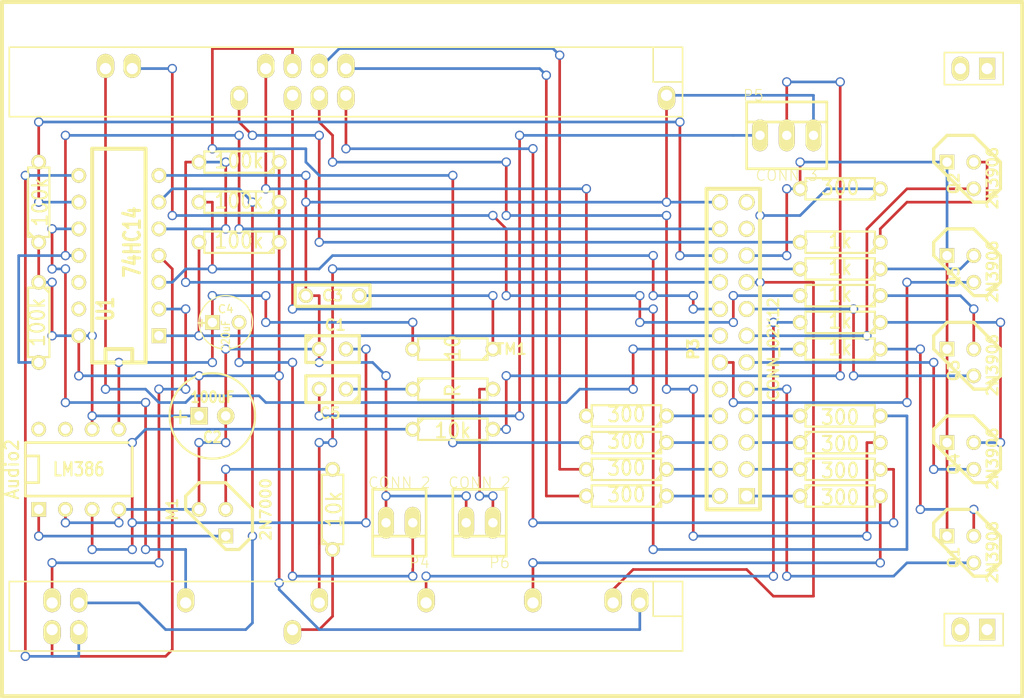
<source format=kicad_pcb>
(kicad_pcb (version 3) (host pcbnew "(2013-07-07 BZR 4022)-stable")

  (general
    (links 86)
    (no_connects 0)
    (area 142.113 89.281 241.273301 159.174501)
    (thickness 1.6)
    (drawings 0)
    (tracks 462)
    (zones 0)
    (modules 41)
    (nets 57)
  )

  (page A3)
  (layers
    (15 F.Cu signal)
    (0 B.Cu signal)
    (16 B.Adhes user)
    (17 F.Adhes user)
    (18 B.Paste user)
    (19 F.Paste user)
    (20 B.SilkS user)
    (21 F.SilkS user)
    (22 B.Mask user)
    (23 F.Mask user)
    (24 Dwgs.User user)
    (25 Cmts.User user)
    (26 Eco1.User user)
    (27 Eco2.User user)
    (28 Edge.Cuts user)
  )

  (setup
    (last_trace_width 0.254)
    (trace_clearance 0.254)
    (zone_clearance 0.508)
    (zone_45_only no)
    (trace_min 0.254)
    (segment_width 0.2)
    (edge_width 0.1)
    (via_size 0.889)
    (via_drill 0.635)
    (via_min_size 0.889)
    (via_min_drill 0.508)
    (uvia_size 0.508)
    (uvia_drill 0.127)
    (uvias_allowed no)
    (uvia_min_size 0.508)
    (uvia_min_drill 0.127)
    (pcb_text_width 0.3)
    (pcb_text_size 1.5 1.5)
    (mod_edge_width 0.15)
    (mod_text_size 1 1)
    (mod_text_width 0.15)
    (pad_size 1.397 1.397)
    (pad_drill 0.889)
    (pad_to_mask_clearance 0)
    (aux_axis_origin 0 0)
    (visible_elements 7FFFFBFF)
    (pcbplotparams
      (layerselection 3178497)
      (usegerberextensions true)
      (excludeedgelayer true)
      (linewidth 0.150000)
      (plotframeref false)
      (viasonmask false)
      (mode 1)
      (useauxorigin false)
      (hpglpennumber 1)
      (hpglpenspeed 20)
      (hpglpendiameter 15)
      (hpglpenoverlay 2)
      (psnegative false)
      (psa4output false)
      (plotreference true)
      (plotvalue true)
      (plotothertext true)
      (plotinvisibletext false)
      (padsonsilk false)
      (subtractmaskfromsilk false)
      (outputformat 1)
      (mirror false)
      (drillshape 1)
      (scaleselection 1)
      (outputdirectory ""))
  )

  (net 0 "")
  (net 1 3V_205)
  (net 2 5V_203)
  (net 3 AudioIn)
  (net 4 AudioJackGrnd)
  (net 5 AudiojackOut)
  (net 6 DIG_COLON)
  (net 7 DIG_H01)
  (net 8 DIG_H10)
  (net 9 DIG_M01)
  (net 10 DIG_M10)
  (net 11 N-0000041)
  (net 12 N-0000042)
  (net 13 N-0000043)
  (net 14 N-0000044)
  (net 15 N-0000045)
  (net 16 N-0000048)
  (net 17 N-0000049)
  (net 18 N-0000050)
  (net 19 N-0000051)
  (net 20 N-0000053)
  (net 21 PC10)
  (net 22 PC6)
  (net 23 PC7)
  (net 24 PC8)
  (net 25 PC9)
  (net 26 PD10)
  (net 27 PD11)
  (net 28 PD6)
  (net 29 PD7)
  (net 30 PD8)
  (net 31 PD9)
  (net 32 PE10)
  (net 33 PE11)
  (net 34 PE12)
  (net 35 PE13)
  (net 36 PE6)
  (net 37 PE7)
  (net 38 PE8)
  (net 39 PE9)
  (net 40 PHOTO-)
  (net 41 S1)
  (net 42 S2)
  (net 43 S3)
  (net 44 S4)
  (net 45 S5)
  (net 46 SEG_A)
  (net 47 SEG_B)
  (net 48 SEG_C)
  (net 49 SEG_D)
  (net 50 SEG_DP)
  (net 51 SEG_E)
  (net 52 SEG_F)
  (net 53 SEG_G)
  (net 54 SPKR+)
  (net 55 VOL+)
  (net 56 VOL_SEL)

  (net_class Default "This is the default net class."
    (clearance 0.254)
    (trace_width 0.254)
    (via_dia 0.889)
    (via_drill 0.635)
    (uvia_dia 0.508)
    (uvia_drill 0.127)
    (add_net "")
    (add_net 3V_205)
    (add_net 5V_203)
    (add_net AudioIn)
    (add_net AudioJackGrnd)
    (add_net AudiojackOut)
    (add_net DIG_COLON)
    (add_net DIG_H01)
    (add_net DIG_H10)
    (add_net DIG_M01)
    (add_net DIG_M10)
    (add_net N-0000041)
    (add_net N-0000042)
    (add_net N-0000043)
    (add_net N-0000044)
    (add_net N-0000045)
    (add_net N-0000048)
    (add_net N-0000049)
    (add_net N-0000050)
    (add_net N-0000051)
    (add_net N-0000053)
    (add_net PC10)
    (add_net PC6)
    (add_net PC7)
    (add_net PC8)
    (add_net PC9)
    (add_net PD10)
    (add_net PD11)
    (add_net PD6)
    (add_net PD7)
    (add_net PD8)
    (add_net PD9)
    (add_net PE10)
    (add_net PE11)
    (add_net PE12)
    (add_net PE13)
    (add_net PE6)
    (add_net PE7)
    (add_net PE8)
    (add_net PE9)
    (add_net PHOTO-)
    (add_net S1)
    (add_net S2)
    (add_net S3)
    (add_net S4)
    (add_net S5)
    (add_net SEG_A)
    (add_net SEG_B)
    (add_net SEG_C)
    (add_net SEG_D)
    (add_net SEG_DP)
    (add_net SEG_E)
    (add_net SEG_F)
    (add_net SEG_G)
    (add_net SPKR+)
    (add_net VOL+)
    (add_net VOL_SEL)
  )

  (module STM32F4DISC (layer F.Cu) (tedit 5583AFFC) (tstamp 5580A0FF)
    (at 191.77 124.46)
    (descr "STM32 F4 Discovery Header")
    (tags "STM32F4 Discovery")
    (path /557DEA42/55807EE7)
    (fp_text reference STM1 (at 0 1.27) (layer F.SilkS)
      (effects (font (size 1.016 1.016) (thickness 0.2032)))
    )
    (fp_text value STM32_F4_DISCOVERY (at 0 -1.27) (layer F.SilkS) hide
      (effects (font (size 1.016 0.889) (thickness 0.2032)))
    )
    (fp_line (start 41.656 -26.924) (end 47.244 -26.924) (layer F.SilkS) (width 0.15))
    (fp_line (start 47.244 -26.924) (end 47.244 -23.876) (layer F.SilkS) (width 0.15))
    (fp_line (start 47.244 -23.876) (end 41.656 -23.876) (layer F.SilkS) (width 0.15))
    (fp_line (start 41.656 -23.876) (end 41.656 -26.924) (layer F.SilkS) (width 0.15))
    (fp_line (start 47.244 26.416) (end 41.656 26.416) (layer F.SilkS) (width 0.15))
    (fp_line (start 41.656 26.416) (end 41.656 29.464) (layer F.SilkS) (width 0.15))
    (fp_line (start 41.656 29.464) (end 47.244 29.464) (layer F.SilkS) (width 0.15))
    (fp_line (start 47.244 29.464) (end 47.244 26.416) (layer F.SilkS) (width 0.15))
    (fp_line (start 13.97 23.368) (end 13.97 26.67) (layer F.SilkS) (width 0.15))
    (fp_line (start 13.97 26.67) (end 16.764 26.67) (layer F.SilkS) (width 0.15))
    (fp_line (start 16.764 23.368) (end -47.244 23.368) (layer F.SilkS) (width 0.15))
    (fp_line (start -47.244 23.368) (end -47.244 29.972) (layer F.SilkS) (width 0.15))
    (fp_line (start -47.244 29.972) (end 16.764 29.972) (layer F.SilkS) (width 0.15))
    (fp_line (start 16.764 29.972) (end 16.764 23.368) (layer F.SilkS) (width 0.15))
    (fp_line (start 13.97 -27.432) (end 13.97 -24.13) (layer F.SilkS) (width 0.15))
    (fp_line (start 13.97 -24.13) (end 16.764 -24.13) (layer F.SilkS) (width 0.15))
    (fp_line (start 16.764 -27.432) (end -47.244 -27.432) (layer F.SilkS) (width 0.15))
    (fp_line (start -47.244 -27.432) (end -47.244 -20.828) (layer F.SilkS) (width 0.15))
    (fp_line (start -47.244 -20.828) (end 16.764 -20.828) (layer F.SilkS) (width 0.15))
    (fp_line (start 16.764 -20.828) (end 16.764 -27.432) (layer F.SilkS) (width 0.15))
    (fp_line (start 49.0588 -31.73) (end -47.9412 -31.73) (layer F.SilkS) (width 0.381))
    (fp_line (start -47.9412 34.27) (end 49.0588 34.27) (layer F.SilkS) (width 0.381))
    (fp_line (start 49.0588 34.27) (end 49.0588 -31.73) (layer F.SilkS) (width 0.381))
    (fp_line (start -47.9412 34.27) (end -47.9412 -31.73) (layer F.SilkS) (width 0.381))
    (pad JP31 thru_hole rect (at 45.7188 27.94) (size 1.524 2.032) (drill 1.0668)
      (layers *.Cu *.Mask F.SilkS)
    )
    (pad JP32 thru_hole oval (at 43.1788 27.94) (size 1.651 2.286) (drill 1.0668)
      (layers *.Cu *.Mask F.SilkS)
    )
    (pad JP22 thru_hole oval (at 43.1788 -25.4) (size 1.651 2.286) (drill 1.0668)
      (layers *.Cu *.Mask F.SilkS)
    )
    (pad JP21 thru_hole rect (at 45.7188 -25.4) (size 1.524 2.032) (drill 1.0668)
      (layers *.Cu *.Mask F.SilkS)
    )
    (pad 1-25 thru_hole oval (at -15.24 -25.4) (size 1.651 2.286) (drill 1.0668 (offset 0 -0.254))
      (layers *.Cu *.Mask F.SilkS)
      (net 37 PE7)
    )
    (pad 1-27 thru_hole oval (at -17.78 -25.4) (size 1.651 2.286) (drill 1.0668 (offset 0 -0.254))
      (layers *.Cu *.Mask F.SilkS)
      (net 39 PE9)
    )
    (pad 1-29 thru_hole oval (at -20.32 -25.4) (size 1.651 2.286) (drill 1.0668 (offset 0 -0.254))
      (layers *.Cu *.Mask F.SilkS)
      (net 33 PE11)
    )
    (pad 1-31 thru_hole oval (at -22.86 -25.4) (size 1.651 2.286) (drill 1.0668 (offset 0 -0.254))
      (layers *.Cu *.Mask F.SilkS)
      (net 35 PE13)
    )
    (pad 1-41 thru_hole oval (at -35.56 -25.4) (size 1.651 2.286) (drill 1.0668 (offset 0 -0.254))
      (layers *.Cu *.Mask F.SilkS)
      (net 31 PD9)
    )
    (pad 1-43 thru_hole oval (at -38.1 -25.4) (size 1.651 2.286) (drill 1.0668 (offset 0 -0.254))
      (layers *.Cu *.Mask F.SilkS)
      (net 27 PD11)
    )
    (pad 1-2 thru_hole oval (at 15.24 -22.86 180) (size 1.651 2.286) (drill 1.0668 (offset 0 -0.254))
      (layers *.Cu *.Mask F.SilkS)
      (net 4 AudioJackGrnd)
    )
    (pad 1-26 thru_hole oval (at -15.24 -22.86 180) (size 1.651 2.286) (drill 1.0668 (offset 0 -0.254))
      (layers *.Cu *.Mask F.SilkS)
      (net 38 PE8)
    )
    (pad 1-28 thru_hole oval (at -17.78 -22.86 180) (size 1.651 2.286) (drill 1.0668 (offset 0 -0.254))
      (layers *.Cu *.Mask F.SilkS)
      (net 32 PE10)
    )
    (pad 1-30 thru_hole oval (at -20.32 -22.86 180) (size 1.651 2.286) (drill 1.0668 (offset 0 -0.254))
      (layers *.Cu *.Mask F.SilkS)
      (net 34 PE12)
    )
    (pad 1-34 thru_hole oval (at -25.4 -22.86 180) (size 1.651 2.286) (drill 1.0668 (offset 0 -0.254))
      (layers *.Cu *.Mask F.SilkS)
      (net 26 PD10)
    )
    (pad 2-3 thru_hole oval (at 12.7 25.4) (size 1.651 2.286) (drill 1.0668 (offset 0 -0.254))
      (layers *.Cu *.Mask F.SilkS)
      (net 2 5V_203)
    )
    (pad 2-5 thru_hole oval (at 10.16 25.4) (size 1.651 2.286) (drill 1.0668 (offset 0 -0.254))
      (layers *.Cu *.Mask F.SilkS)
      (net 1 3V_205)
    )
    (pad 2-11 thru_hole oval (at 2.54 25.4) (size 1.651 2.286) (drill 1.0668 (offset 0 -0.254))
      (layers *.Cu *.Mask F.SilkS)
      (net 36 PE6)
    )
    (pad 2-19 thru_hole oval (at -7.62 25.4) (size 1.651 2.286) (drill 1.0668 (offset 0 -0.254))
      (layers *.Cu *.Mask F.SilkS)
      (net 30 PD8)
    )
    (pad 2-27 thru_hole oval (at -17.78 25.4) (size 1.651 2.286) (drill 1.0668 (offset 0 -0.254))
      (layers *.Cu *.Mask F.SilkS)
      (net 29 PD7)
    )
    (pad 2-37 thru_hole oval (at -30.48 25.4) (size 1.651 2.286) (drill 1.0668 (offset 0 -0.254))
      (layers *.Cu *.Mask F.SilkS)
      (net 21 PC10)
    )
    (pad 2-45 thru_hole oval (at -40.64 25.4) (size 1.651 2.286) (drill 1.0668 (offset 0 -0.254))
      (layers *.Cu *.Mask F.SilkS)
      (net 24 PC8)
    )
    (pad 2-47 thru_hole oval (at -43.18 25.4) (size 1.651 2.286) (drill 1.0668 (offset 0 -0.254))
      (layers *.Cu *.Mask F.SilkS)
      (net 22 PC6)
    )
    (pad 2-30 thru_hole oval (at -20.32 27.94 180) (size 1.651 2.286) (drill 1.0668 (offset 0 -0.254))
      (layers *.Cu *.Mask F.SilkS)
      (net 28 PD6)
    )
    (pad 2-46 thru_hole oval (at -40.64 27.94 180) (size 1.651 2.286) (drill 1.0668 (offset 0 -0.254))
      (layers *.Cu *.Mask F.SilkS)
      (net 25 PC9)
    )
    (pad 2-48 thru_hole oval (at -43.18 27.94 180) (size 1.651 2.286) (drill 1.0668 (offset 0 -0.254))
      (layers *.Cu *.Mask F.SilkS)
      (net 23 PC7)
    )
    (model walter/conn_misc/stm32f4_discovery_header.wrl
      (at (xyz 0 0 0))
      (scale (xyz 1 1 1))
      (rotate (xyz 0 0 0))
    )
  )

  (module TO92DGS (layer F.Cu) (tedit 5583B415) (tstamp 5580A030)
    (at 163.83 142.24 270)
    (descr "Transistor TO92 brochage type BC237")
    (tags "TR TO92")
    (path /557B7DE3/55809FE3)
    (fp_text reference M1 (at -1.27 3.81 270) (layer F.SilkS)
      (effects (font (size 1.016 1.016) (thickness 0.2032)))
    )
    (fp_text value 2N7000 (at -1.27 -5.08 270) (layer F.SilkS)
      (effects (font (size 1.016 1.016) (thickness 0.2032)))
    )
    (fp_line (start -1.27 2.54) (end 2.54 -1.27) (layer F.SilkS) (width 0.3048))
    (fp_line (start 2.54 -1.27) (end 2.54 -2.54) (layer F.SilkS) (width 0.3048))
    (fp_line (start 2.54 -2.54) (end 1.27 -3.81) (layer F.SilkS) (width 0.3048))
    (fp_line (start 1.27 -3.81) (end -1.27 -3.81) (layer F.SilkS) (width 0.3048))
    (fp_line (start -1.27 -3.81) (end -3.81 -1.27) (layer F.SilkS) (width 0.3048))
    (fp_line (start -3.81 -1.27) (end -3.81 1.27) (layer F.SilkS) (width 0.3048))
    (fp_line (start -3.81 1.27) (end -2.54 2.54) (layer F.SilkS) (width 0.3048))
    (fp_line (start -2.54 2.54) (end -1.27 2.54) (layer F.SilkS) (width 0.3048))
    (pad D thru_hole rect (at 1.27 -1.27 270) (size 1.397 1.397) (drill 0.889)
      (layers *.Cu *.Mask F.SilkS)
      (net 20 N-0000053)
    )
    (pad G thru_hole circle (at -1.27 -1.27 270) (size 1.397 1.397) (drill 0.889)
      (layers *.Cu *.Mask F.SilkS)
      (net 18 N-0000050)
    )
    (pad S thru_hole circle (at -1.27 1.27 270) (size 1.397 1.397) (drill 0.889)
      (layers *.Cu *.Mask F.SilkS)
      (net 4 AudioJackGrnd)
    )
    (model discret/to98.wrl
      (at (xyz 0 0 0))
      (scale (xyz 1 1 1))
      (rotate (xyz 0 0 0))
    )
  )

  (module TO92-CBE (layer F.Cu) (tedit 5583B605) (tstamp 5580A03F)
    (at 234.95 135.89 270)
    (descr "Transistor TO92 brochage type BC237")
    (tags "TR TO92")
    (path /557B65AF/5580850A)
    (fp_text reference Q4 (at 0.762 0.635 270) (layer F.SilkS)
      (effects (font (size 1.016 1.016) (thickness 0.2032)))
    )
    (fp_text value 2N3906 (at 0.254 -3.048 270) (layer F.SilkS)
      (effects (font (size 1.016 1.016) (thickness 0.2032)))
    )
    (fp_line (start -1.27 2.54) (end 2.54 -1.27) (layer F.SilkS) (width 0.3048))
    (fp_line (start 2.54 -1.27) (end 2.54 -2.54) (layer F.SilkS) (width 0.3048))
    (fp_line (start 2.54 -2.54) (end 1.27 -3.81) (layer F.SilkS) (width 0.3048))
    (fp_line (start 1.27 -3.81) (end -1.27 -3.81) (layer F.SilkS) (width 0.3048))
    (fp_line (start -1.27 -3.81) (end -3.81 -1.27) (layer F.SilkS) (width 0.3048))
    (fp_line (start -3.81 -1.27) (end -3.81 1.27) (layer F.SilkS) (width 0.3048))
    (fp_line (start -3.81 1.27) (end -2.54 2.54) (layer F.SilkS) (width 0.3048))
    (fp_line (start -2.54 2.54) (end -1.27 2.54) (layer F.SilkS) (width 0.3048))
    (pad E thru_hole rect (at -1.27 1.27 270) (size 1.397 1.397) (drill 0.889)
      (layers *.Cu *.Mask F.SilkS)
      (net 40 PHOTO-)
    )
    (pad B thru_hole circle (at -1.27 -1.27 270) (size 1.397 1.397) (drill 0.889)
      (layers *.Cu *.Mask F.SilkS)
      (net 14 N-0000044)
    )
    (pad C thru_hole circle (at 1.27 -1.27 270) (size 1.397 1.397) (drill 0.889)
      (layers *.Cu *.Mask F.SilkS)
      (net 10 DIG_M10)
    )
    (model discret/to98.wrl
      (at (xyz 0 0 0))
      (scale (xyz 1 1 1))
      (rotate (xyz 0 0 0))
    )
  )

  (module TO92-CBE (layer F.Cu) (tedit 5583B5EF) (tstamp 5580A04E)
    (at 234.95 118.11 270)
    (descr "Transistor TO92 brochage type BC237")
    (tags "TR TO92")
    (path /557B65AF/55808477)
    (fp_text reference Q5 (at 0.762 0.635 270) (layer F.SilkS)
      (effects (font (size 1.016 1.016) (thickness 0.2032)))
    )
    (fp_text value 2N3906 (at 0.254 -3.048 270) (layer F.SilkS)
      (effects (font (size 1.016 1.016) (thickness 0.2032)))
    )
    (fp_line (start -1.27 2.54) (end 2.54 -1.27) (layer F.SilkS) (width 0.3048))
    (fp_line (start 2.54 -1.27) (end 2.54 -2.54) (layer F.SilkS) (width 0.3048))
    (fp_line (start 2.54 -2.54) (end 1.27 -3.81) (layer F.SilkS) (width 0.3048))
    (fp_line (start 1.27 -3.81) (end -1.27 -3.81) (layer F.SilkS) (width 0.3048))
    (fp_line (start -1.27 -3.81) (end -3.81 -1.27) (layer F.SilkS) (width 0.3048))
    (fp_line (start -3.81 -1.27) (end -3.81 1.27) (layer F.SilkS) (width 0.3048))
    (fp_line (start -3.81 1.27) (end -2.54 2.54) (layer F.SilkS) (width 0.3048))
    (fp_line (start -2.54 2.54) (end -1.27 2.54) (layer F.SilkS) (width 0.3048))
    (pad E thru_hole rect (at -1.27 1.27 270) (size 1.397 1.397) (drill 0.889)
      (layers *.Cu *.Mask F.SilkS)
      (net 40 PHOTO-)
    )
    (pad B thru_hole circle (at -1.27 -1.27 270) (size 1.397 1.397) (drill 0.889)
      (layers *.Cu *.Mask F.SilkS)
      (net 12 N-0000042)
    )
    (pad C thru_hole circle (at 1.27 -1.27 270) (size 1.397 1.397) (drill 0.889)
      (layers *.Cu *.Mask F.SilkS)
      (net 9 DIG_M01)
    )
    (model discret/to98.wrl
      (at (xyz 0 0 0))
      (scale (xyz 1 1 1))
      (rotate (xyz 0 0 0))
    )
  )

  (module TO92-CBE (layer F.Cu) (tedit 5583B5FA) (tstamp 5580A05D)
    (at 234.95 127 270)
    (descr "Transistor TO92 brochage type BC237")
    (tags "TR TO92")
    (path /557B65AF/55808471)
    (fp_text reference Q3 (at 0.762 0.635 270) (layer F.SilkS)
      (effects (font (size 1.016 1.016) (thickness 0.2032)))
    )
    (fp_text value 2N3906 (at 0.254 -3.048 270) (layer F.SilkS)
      (effects (font (size 1.016 1.016) (thickness 0.2032)))
    )
    (fp_line (start -1.27 2.54) (end 2.54 -1.27) (layer F.SilkS) (width 0.3048))
    (fp_line (start 2.54 -1.27) (end 2.54 -2.54) (layer F.SilkS) (width 0.3048))
    (fp_line (start 2.54 -2.54) (end 1.27 -3.81) (layer F.SilkS) (width 0.3048))
    (fp_line (start 1.27 -3.81) (end -1.27 -3.81) (layer F.SilkS) (width 0.3048))
    (fp_line (start -1.27 -3.81) (end -3.81 -1.27) (layer F.SilkS) (width 0.3048))
    (fp_line (start -3.81 -1.27) (end -3.81 1.27) (layer F.SilkS) (width 0.3048))
    (fp_line (start -3.81 1.27) (end -2.54 2.54) (layer F.SilkS) (width 0.3048))
    (fp_line (start -2.54 2.54) (end -1.27 2.54) (layer F.SilkS) (width 0.3048))
    (pad E thru_hole rect (at -1.27 1.27 270) (size 1.397 1.397) (drill 0.889)
      (layers *.Cu *.Mask F.SilkS)
      (net 40 PHOTO-)
    )
    (pad B thru_hole circle (at -1.27 -1.27 270) (size 1.397 1.397) (drill 0.889)
      (layers *.Cu *.Mask F.SilkS)
      (net 15 N-0000045)
    )
    (pad C thru_hole circle (at 1.27 -1.27 270) (size 1.397 1.397) (drill 0.889)
      (layers *.Cu *.Mask F.SilkS)
      (net 6 DIG_COLON)
    )
    (model discret/to98.wrl
      (at (xyz 0 0 0))
      (scale (xyz 1 1 1))
      (rotate (xyz 0 0 0))
    )
  )

  (module TO92-CBE (layer F.Cu) (tedit 5583B60A) (tstamp 5580A06C)
    (at 234.95 144.78 270)
    (descr "Transistor TO92 brochage type BC237")
    (tags "TR TO92")
    (path /557B65AF/55808464)
    (fp_text reference Q1 (at 0.762 0.635 270) (layer F.SilkS)
      (effects (font (size 1.016 1.016) (thickness 0.2032)))
    )
    (fp_text value 2N3906 (at 0.254 -3.048 270) (layer F.SilkS)
      (effects (font (size 1.016 1.016) (thickness 0.2032)))
    )
    (fp_line (start -1.27 2.54) (end 2.54 -1.27) (layer F.SilkS) (width 0.3048))
    (fp_line (start 2.54 -1.27) (end 2.54 -2.54) (layer F.SilkS) (width 0.3048))
    (fp_line (start 2.54 -2.54) (end 1.27 -3.81) (layer F.SilkS) (width 0.3048))
    (fp_line (start 1.27 -3.81) (end -1.27 -3.81) (layer F.SilkS) (width 0.3048))
    (fp_line (start -1.27 -3.81) (end -3.81 -1.27) (layer F.SilkS) (width 0.3048))
    (fp_line (start -3.81 -1.27) (end -3.81 1.27) (layer F.SilkS) (width 0.3048))
    (fp_line (start -3.81 1.27) (end -2.54 2.54) (layer F.SilkS) (width 0.3048))
    (fp_line (start -2.54 2.54) (end -1.27 2.54) (layer F.SilkS) (width 0.3048))
    (pad E thru_hole rect (at -1.27 1.27 270) (size 1.397 1.397) (drill 0.889)
      (layers *.Cu *.Mask F.SilkS)
      (net 40 PHOTO-)
    )
    (pad B thru_hole circle (at -1.27 -1.27 270) (size 1.397 1.397) (drill 0.889)
      (layers *.Cu *.Mask F.SilkS)
      (net 13 N-0000043)
    )
    (pad C thru_hole circle (at 1.27 -1.27 270) (size 1.397 1.397) (drill 0.889)
      (layers *.Cu *.Mask F.SilkS)
      (net 8 DIG_H10)
    )
    (model discret/to98.wrl
      (at (xyz 0 0 0))
      (scale (xyz 1 1 1))
      (rotate (xyz 0 0 0))
    )
  )

  (module TO92-CBE (layer F.Cu) (tedit 5583B5E1) (tstamp 5580A07B)
    (at 234.95 109.22 270)
    (descr "Transistor TO92 brochage type BC237")
    (tags "TR TO92")
    (path /557B65AF/55808443)
    (fp_text reference Q2 (at 0.762 0.635 270) (layer F.SilkS)
      (effects (font (size 1.016 1.016) (thickness 0.2032)))
    )
    (fp_text value 2N3906 (at 0.254 -3.048 270) (layer F.SilkS)
      (effects (font (size 1.016 1.016) (thickness 0.2032)))
    )
    (fp_line (start -1.27 2.54) (end 2.54 -1.27) (layer F.SilkS) (width 0.3048))
    (fp_line (start 2.54 -1.27) (end 2.54 -2.54) (layer F.SilkS) (width 0.3048))
    (fp_line (start 2.54 -2.54) (end 1.27 -3.81) (layer F.SilkS) (width 0.3048))
    (fp_line (start 1.27 -3.81) (end -1.27 -3.81) (layer F.SilkS) (width 0.3048))
    (fp_line (start -1.27 -3.81) (end -3.81 -1.27) (layer F.SilkS) (width 0.3048))
    (fp_line (start -3.81 -1.27) (end -3.81 1.27) (layer F.SilkS) (width 0.3048))
    (fp_line (start -3.81 1.27) (end -2.54 2.54) (layer F.SilkS) (width 0.3048))
    (fp_line (start -2.54 2.54) (end -1.27 2.54) (layer F.SilkS) (width 0.3048))
    (pad E thru_hole rect (at -1.27 1.27 270) (size 1.397 1.397) (drill 0.889)
      (layers *.Cu *.Mask F.SilkS)
      (net 40 PHOTO-)
    )
    (pad B thru_hole circle (at -1.27 -1.27 270) (size 1.397 1.397) (drill 0.889)
      (layers *.Cu *.Mask F.SilkS)
      (net 11 N-0000041)
    )
    (pad C thru_hole circle (at 1.27 -1.27 270) (size 1.397 1.397) (drill 0.889)
      (layers *.Cu *.Mask F.SilkS)
      (net 7 DIG_H01)
    )
    (model discret/to98.wrl
      (at (xyz 0 0 0))
      (scale (xyz 1 1 1))
      (rotate (xyz 0 0 0))
    )
  )

  (module R3 (layer F.Cu) (tedit 5583B596) (tstamp 5580A10D)
    (at 223.52 120.65 180)
    (descr "Resitance 3 pas")
    (tags R)
    (path /557B65AF/557F2DCB)
    (autoplace_cost180 10)
    (fp_text reference R21 (at 0 0.127 180) (layer F.SilkS) hide
      (effects (font (size 1.397 1.27) (thickness 0.2032)))
    )
    (fp_text value 1k (at 0 0.127 180) (layer F.SilkS)
      (effects (font (size 1.397 1.27) (thickness 0.2032)))
    )
    (fp_line (start -3.81 0) (end -3.302 0) (layer F.SilkS) (width 0.2032))
    (fp_line (start 3.81 0) (end 3.302 0) (layer F.SilkS) (width 0.2032))
    (fp_line (start 3.302 0) (end 3.302 -1.016) (layer F.SilkS) (width 0.2032))
    (fp_line (start 3.302 -1.016) (end -3.302 -1.016) (layer F.SilkS) (width 0.2032))
    (fp_line (start -3.302 -1.016) (end -3.302 1.016) (layer F.SilkS) (width 0.2032))
    (fp_line (start -3.302 1.016) (end 3.302 1.016) (layer F.SilkS) (width 0.2032))
    (fp_line (start 3.302 1.016) (end 3.302 0) (layer F.SilkS) (width 0.2032))
    (fp_line (start -3.302 -0.508) (end -2.794 -1.016) (layer F.SilkS) (width 0.2032))
    (pad 1 thru_hole circle (at -3.81 0 180) (size 1.397 1.397) (drill 0.889)
      (layers *.Cu *.Mask F.SilkS)
      (net 15 N-0000045)
    )
    (pad 2 thru_hole circle (at 3.81 0 180) (size 1.397 1.397) (drill 0.889)
      (layers *.Cu *.Mask F.SilkS)
      (net 31 PD9)
    )
    (model discret/resistor.wrl
      (at (xyz 0 0 0))
      (scale (xyz 0.3 0.3 0.3))
      (rotate (xyz 0 0 0))
    )
  )

  (module R3 (layer F.Cu) (tedit 5583B51D) (tstamp 5580A11B)
    (at 166.37 115.57 180)
    (descr "Resitance 3 pas")
    (tags R)
    (path /557DFB99/557DFC47)
    (autoplace_cost180 10)
    (fp_text reference R14 (at 0 0.127 180) (layer F.SilkS) hide
      (effects (font (size 1.397 1.27) (thickness 0.2032)))
    )
    (fp_text value 100k (at 0 0.127 180) (layer F.SilkS)
      (effects (font (size 1.397 1.27) (thickness 0.2032)))
    )
    (fp_line (start -3.81 0) (end -3.302 0) (layer F.SilkS) (width 0.2032))
    (fp_line (start 3.81 0) (end 3.302 0) (layer F.SilkS) (width 0.2032))
    (fp_line (start 3.302 0) (end 3.302 -1.016) (layer F.SilkS) (width 0.2032))
    (fp_line (start 3.302 -1.016) (end -3.302 -1.016) (layer F.SilkS) (width 0.2032))
    (fp_line (start -3.302 -1.016) (end -3.302 1.016) (layer F.SilkS) (width 0.2032))
    (fp_line (start -3.302 1.016) (end 3.302 1.016) (layer F.SilkS) (width 0.2032))
    (fp_line (start 3.302 1.016) (end 3.302 0) (layer F.SilkS) (width 0.2032))
    (fp_line (start -3.302 -0.508) (end -2.794 -1.016) (layer F.SilkS) (width 0.2032))
    (pad 1 thru_hole circle (at -3.81 0 180) (size 1.397 1.397) (drill 0.889)
      (layers *.Cu *.Mask F.SilkS)
      (net 2 5V_203)
    )
    (pad 2 thru_hole circle (at 3.81 0 180) (size 1.397 1.397) (drill 0.889)
      (layers *.Cu *.Mask F.SilkS)
      (net 41 S1)
    )
    (model discret/resistor.wrl
      (at (xyz 0 0 0))
      (scale (xyz 0.3 0.3 0.3))
      (rotate (xyz 0 0 0))
    )
  )

  (module R3 (layer F.Cu) (tedit 5583B5C4) (tstamp 5580A129)
    (at 223.52 134.62)
    (descr "Resitance 3 pas")
    (tags R)
    (path /557B65AF/557B7BA6)
    (autoplace_cost180 10)
    (fp_text reference R6 (at 0 0.127) (layer F.SilkS) hide
      (effects (font (size 1.397 1.27) (thickness 0.2032)))
    )
    (fp_text value 300 (at 0 0.127) (layer F.SilkS)
      (effects (font (size 1.397 1.27) (thickness 0.2032)))
    )
    (fp_line (start -3.81 0) (end -3.302 0) (layer F.SilkS) (width 0.2032))
    (fp_line (start 3.81 0) (end 3.302 0) (layer F.SilkS) (width 0.2032))
    (fp_line (start 3.302 0) (end 3.302 -1.016) (layer F.SilkS) (width 0.2032))
    (fp_line (start 3.302 -1.016) (end -3.302 -1.016) (layer F.SilkS) (width 0.2032))
    (fp_line (start -3.302 -1.016) (end -3.302 1.016) (layer F.SilkS) (width 0.2032))
    (fp_line (start -3.302 1.016) (end 3.302 1.016) (layer F.SilkS) (width 0.2032))
    (fp_line (start 3.302 1.016) (end 3.302 0) (layer F.SilkS) (width 0.2032))
    (fp_line (start -3.302 -0.508) (end -2.794 -1.016) (layer F.SilkS) (width 0.2032))
    (pad 1 thru_hole circle (at -3.81 0) (size 1.397 1.397) (drill 0.889)
      (layers *.Cu *.Mask F.SilkS)
      (net 51 SEG_E)
    )
    (pad 2 thru_hole circle (at 3.81 0) (size 1.397 1.397) (drill 0.889)
      (layers *.Cu *.Mask F.SilkS)
      (net 32 PE10)
    )
    (model discret/resistor.wrl
      (at (xyz 0 0 0))
      (scale (xyz 0.3 0.3 0.3))
      (rotate (xyz 0 0 0))
    )
  )

  (module R3 (layer F.Cu) (tedit 5583B48B) (tstamp 5580A137)
    (at 203.2 134.62 180)
    (descr "Resitance 3 pas")
    (tags R)
    (path /557B65AF/557B7BAC)
    (autoplace_cost180 10)
    (fp_text reference R7 (at 0 0.127 180) (layer F.SilkS) hide
      (effects (font (size 1.397 1.27) (thickness 0.2032)))
    )
    (fp_text value 300 (at 0 0.127 180) (layer F.SilkS)
      (effects (font (size 1.397 1.27) (thickness 0.2032)))
    )
    (fp_line (start -3.81 0) (end -3.302 0) (layer F.SilkS) (width 0.2032))
    (fp_line (start 3.81 0) (end 3.302 0) (layer F.SilkS) (width 0.2032))
    (fp_line (start 3.302 0) (end 3.302 -1.016) (layer F.SilkS) (width 0.2032))
    (fp_line (start 3.302 -1.016) (end -3.302 -1.016) (layer F.SilkS) (width 0.2032))
    (fp_line (start -3.302 -1.016) (end -3.302 1.016) (layer F.SilkS) (width 0.2032))
    (fp_line (start -3.302 1.016) (end 3.302 1.016) (layer F.SilkS) (width 0.2032))
    (fp_line (start 3.302 1.016) (end 3.302 0) (layer F.SilkS) (width 0.2032))
    (fp_line (start -3.302 -0.508) (end -2.794 -1.016) (layer F.SilkS) (width 0.2032))
    (pad 1 thru_hole circle (at -3.81 0 180) (size 1.397 1.397) (drill 0.889)
      (layers *.Cu *.Mask F.SilkS)
      (net 52 SEG_F)
    )
    (pad 2 thru_hole circle (at 3.81 0 180) (size 1.397 1.397) (drill 0.889)
      (layers *.Cu *.Mask F.SilkS)
      (net 33 PE11)
    )
    (model discret/resistor.wrl
      (at (xyz 0 0 0))
      (scale (xyz 0.3 0.3 0.3))
      (rotate (xyz 0 0 0))
    )
  )

  (module R3 (layer F.Cu) (tedit 5583B5B7) (tstamp 5580A145)
    (at 223.52 132.08)
    (descr "Resitance 3 pas")
    (tags R)
    (path /557B65AF/557B7BB2)
    (autoplace_cost180 10)
    (fp_text reference R9 (at 0 0.127) (layer F.SilkS) hide
      (effects (font (size 1.397 1.27) (thickness 0.2032)))
    )
    (fp_text value 300 (at 0 0.127) (layer F.SilkS)
      (effects (font (size 1.397 1.27) (thickness 0.2032)))
    )
    (fp_line (start -3.81 0) (end -3.302 0) (layer F.SilkS) (width 0.2032))
    (fp_line (start 3.81 0) (end 3.302 0) (layer F.SilkS) (width 0.2032))
    (fp_line (start 3.302 0) (end 3.302 -1.016) (layer F.SilkS) (width 0.2032))
    (fp_line (start 3.302 -1.016) (end -3.302 -1.016) (layer F.SilkS) (width 0.2032))
    (fp_line (start -3.302 -1.016) (end -3.302 1.016) (layer F.SilkS) (width 0.2032))
    (fp_line (start -3.302 1.016) (end 3.302 1.016) (layer F.SilkS) (width 0.2032))
    (fp_line (start 3.302 1.016) (end 3.302 0) (layer F.SilkS) (width 0.2032))
    (fp_line (start -3.302 -0.508) (end -2.794 -1.016) (layer F.SilkS) (width 0.2032))
    (pad 1 thru_hole circle (at -3.81 0) (size 1.397 1.397) (drill 0.889)
      (layers *.Cu *.Mask F.SilkS)
      (net 53 SEG_G)
    )
    (pad 2 thru_hole circle (at 3.81 0) (size 1.397 1.397) (drill 0.889)
      (layers *.Cu *.Mask F.SilkS)
      (net 34 PE12)
    )
    (model discret/resistor.wrl
      (at (xyz 0 0 0))
      (scale (xyz 0.3 0.3 0.3))
      (rotate (xyz 0 0 0))
    )
  )

  (module R3 (layer F.Cu) (tedit 5583B487) (tstamp 5580A153)
    (at 203.2 132.08 180)
    (descr "Resitance 3 pas")
    (tags R)
    (path /557B65AF/557B7BB8)
    (autoplace_cost180 10)
    (fp_text reference R10 (at 0 0.127 180) (layer F.SilkS) hide
      (effects (font (size 1.397 1.27) (thickness 0.2032)))
    )
    (fp_text value 300 (at 0 0.127 180) (layer F.SilkS)
      (effects (font (size 1.397 1.27) (thickness 0.2032)))
    )
    (fp_line (start -3.81 0) (end -3.302 0) (layer F.SilkS) (width 0.2032))
    (fp_line (start 3.81 0) (end 3.302 0) (layer F.SilkS) (width 0.2032))
    (fp_line (start 3.302 0) (end 3.302 -1.016) (layer F.SilkS) (width 0.2032))
    (fp_line (start 3.302 -1.016) (end -3.302 -1.016) (layer F.SilkS) (width 0.2032))
    (fp_line (start -3.302 -1.016) (end -3.302 1.016) (layer F.SilkS) (width 0.2032))
    (fp_line (start -3.302 1.016) (end 3.302 1.016) (layer F.SilkS) (width 0.2032))
    (fp_line (start 3.302 1.016) (end 3.302 0) (layer F.SilkS) (width 0.2032))
    (fp_line (start -3.302 -0.508) (end -2.794 -1.016) (layer F.SilkS) (width 0.2032))
    (pad 1 thru_hole circle (at -3.81 0 180) (size 1.397 1.397) (drill 0.889)
      (layers *.Cu *.Mask F.SilkS)
      (net 50 SEG_DP)
    )
    (pad 2 thru_hole circle (at 3.81 0 180) (size 1.397 1.397) (drill 0.889)
      (layers *.Cu *.Mask F.SilkS)
      (net 35 PE13)
    )
    (model discret/resistor.wrl
      (at (xyz 0 0 0))
      (scale (xyz 0.3 0.3 0.3))
      (rotate (xyz 0 0 0))
    )
  )

  (module R3 (layer F.Cu) (tedit 5583B58F) (tstamp 5580A161)
    (at 223.52 118.11 180)
    (descr "Resitance 3 pas")
    (tags R)
    (path /557B65AF/557F2DB2)
    (autoplace_cost180 10)
    (fp_text reference R23 (at 0 0.127 180) (layer F.SilkS) hide
      (effects (font (size 1.397 1.27) (thickness 0.2032)))
    )
    (fp_text value 1k (at 0 0.127 180) (layer F.SilkS)
      (effects (font (size 1.397 1.27) (thickness 0.2032)))
    )
    (fp_line (start -3.81 0) (end -3.302 0) (layer F.SilkS) (width 0.2032))
    (fp_line (start 3.81 0) (end 3.302 0) (layer F.SilkS) (width 0.2032))
    (fp_line (start 3.302 0) (end 3.302 -1.016) (layer F.SilkS) (width 0.2032))
    (fp_line (start 3.302 -1.016) (end -3.302 -1.016) (layer F.SilkS) (width 0.2032))
    (fp_line (start -3.302 -1.016) (end -3.302 1.016) (layer F.SilkS) (width 0.2032))
    (fp_line (start -3.302 1.016) (end 3.302 1.016) (layer F.SilkS) (width 0.2032))
    (fp_line (start 3.302 1.016) (end 3.302 0) (layer F.SilkS) (width 0.2032))
    (fp_line (start -3.302 -0.508) (end -2.794 -1.016) (layer F.SilkS) (width 0.2032))
    (pad 1 thru_hole circle (at -3.81 0 180) (size 1.397 1.397) (drill 0.889)
      (layers *.Cu *.Mask F.SilkS)
      (net 12 N-0000042)
    )
    (pad 2 thru_hole circle (at 3.81 0 180) (size 1.397 1.397) (drill 0.889)
      (layers *.Cu *.Mask F.SilkS)
      (net 29 PD7)
    )
    (model discret/resistor.wrl
      (at (xyz 0 0 0))
      (scale (xyz 0.3 0.3 0.3))
      (rotate (xyz 0 0 0))
    )
  )

  (module R3 (layer F.Cu) (tedit 5583B5B0) (tstamp 5580A16F)
    (at 223.52 125.73 180)
    (descr "Resitance 3 pas")
    (tags R)
    (path /557B65AF/557F2DBF)
    (autoplace_cost180 10)
    (fp_text reference R3 (at 0 0.127 180) (layer F.SilkS) hide
      (effects (font (size 1.397 1.27) (thickness 0.2032)))
    )
    (fp_text value 1k (at 0 0.127 180) (layer F.SilkS)
      (effects (font (size 1.397 1.27) (thickness 0.2032)))
    )
    (fp_line (start -3.81 0) (end -3.302 0) (layer F.SilkS) (width 0.2032))
    (fp_line (start 3.81 0) (end 3.302 0) (layer F.SilkS) (width 0.2032))
    (fp_line (start 3.302 0) (end 3.302 -1.016) (layer F.SilkS) (width 0.2032))
    (fp_line (start 3.302 -1.016) (end -3.302 -1.016) (layer F.SilkS) (width 0.2032))
    (fp_line (start -3.302 -1.016) (end -3.302 1.016) (layer F.SilkS) (width 0.2032))
    (fp_line (start -3.302 1.016) (end 3.302 1.016) (layer F.SilkS) (width 0.2032))
    (fp_line (start 3.302 1.016) (end 3.302 0) (layer F.SilkS) (width 0.2032))
    (fp_line (start -3.302 -0.508) (end -2.794 -1.016) (layer F.SilkS) (width 0.2032))
    (pad 1 thru_hole circle (at -3.81 0 180) (size 1.397 1.397) (drill 0.889)
      (layers *.Cu *.Mask F.SilkS)
      (net 13 N-0000043)
    )
    (pad 2 thru_hole circle (at 3.81 0 180) (size 1.397 1.397) (drill 0.889)
      (layers *.Cu *.Mask F.SilkS)
      (net 27 PD11)
    )
    (model discret/resistor.wrl
      (at (xyz 0 0 0))
      (scale (xyz 0.3 0.3 0.3))
      (rotate (xyz 0 0 0))
    )
  )

  (module R3 (layer F.Cu) (tedit 5583B5A1) (tstamp 5580A17D)
    (at 223.52 123.19 180)
    (descr "Resitance 3 pas")
    (tags R)
    (path /557B65AF/557F2DC5)
    (autoplace_cost180 10)
    (fp_text reference R22 (at 0 0.127 180) (layer F.SilkS) hide
      (effects (font (size 1.397 1.27) (thickness 0.2032)))
    )
    (fp_text value 1k (at 0 0.127 180) (layer F.SilkS)
      (effects (font (size 1.397 1.27) (thickness 0.2032)))
    )
    (fp_line (start -3.81 0) (end -3.302 0) (layer F.SilkS) (width 0.2032))
    (fp_line (start 3.81 0) (end 3.302 0) (layer F.SilkS) (width 0.2032))
    (fp_line (start 3.302 0) (end 3.302 -1.016) (layer F.SilkS) (width 0.2032))
    (fp_line (start 3.302 -1.016) (end -3.302 -1.016) (layer F.SilkS) (width 0.2032))
    (fp_line (start -3.302 -1.016) (end -3.302 1.016) (layer F.SilkS) (width 0.2032))
    (fp_line (start -3.302 1.016) (end 3.302 1.016) (layer F.SilkS) (width 0.2032))
    (fp_line (start 3.302 1.016) (end 3.302 0) (layer F.SilkS) (width 0.2032))
    (fp_line (start -3.302 -0.508) (end -2.794 -1.016) (layer F.SilkS) (width 0.2032))
    (pad 1 thru_hole circle (at -3.81 0 180) (size 1.397 1.397) (drill 0.889)
      (layers *.Cu *.Mask F.SilkS)
      (net 14 N-0000044)
    )
    (pad 2 thru_hole circle (at 3.81 0 180) (size 1.397 1.397) (drill 0.889)
      (layers *.Cu *.Mask F.SilkS)
      (net 30 PD8)
    )
    (model discret/resistor.wrl
      (at (xyz 0 0 0))
      (scale (xyz 0.3 0.3 0.3))
      (rotate (xyz 0 0 0))
    )
  )

  (module R3 (layer F.Cu) (tedit 5583B490) (tstamp 5580A18B)
    (at 203.2 137.16 180)
    (descr "Resitance 3 pas")
    (tags R)
    (path /557B65AF/557B7BA0)
    (autoplace_cost180 10)
    (fp_text reference R5 (at 0 0.127 180) (layer F.SilkS) hide
      (effects (font (size 1.397 1.27) (thickness 0.2032)))
    )
    (fp_text value 300 (at 0 0.127 180) (layer F.SilkS)
      (effects (font (size 1.397 1.27) (thickness 0.2032)))
    )
    (fp_line (start -3.81 0) (end -3.302 0) (layer F.SilkS) (width 0.2032))
    (fp_line (start 3.81 0) (end 3.302 0) (layer F.SilkS) (width 0.2032))
    (fp_line (start 3.302 0) (end 3.302 -1.016) (layer F.SilkS) (width 0.2032))
    (fp_line (start 3.302 -1.016) (end -3.302 -1.016) (layer F.SilkS) (width 0.2032))
    (fp_line (start -3.302 -1.016) (end -3.302 1.016) (layer F.SilkS) (width 0.2032))
    (fp_line (start -3.302 1.016) (end 3.302 1.016) (layer F.SilkS) (width 0.2032))
    (fp_line (start 3.302 1.016) (end 3.302 0) (layer F.SilkS) (width 0.2032))
    (fp_line (start -3.302 -0.508) (end -2.794 -1.016) (layer F.SilkS) (width 0.2032))
    (pad 1 thru_hole circle (at -3.81 0 180) (size 1.397 1.397) (drill 0.889)
      (layers *.Cu *.Mask F.SilkS)
      (net 49 SEG_D)
    )
    (pad 2 thru_hole circle (at 3.81 0 180) (size 1.397 1.397) (drill 0.889)
      (layers *.Cu *.Mask F.SilkS)
      (net 39 PE9)
    )
    (model discret/resistor.wrl
      (at (xyz 0 0 0))
      (scale (xyz 0.3 0.3 0.3))
      (rotate (xyz 0 0 0))
    )
  )

  (module R3 (layer F.Cu) (tedit 5583B586) (tstamp 5580A199)
    (at 223.52 115.57 180)
    (descr "Resitance 3 pas")
    (tags R)
    (path /557B65AF/557F2DD1)
    (autoplace_cost180 10)
    (fp_text reference R20 (at 0 0.127 180) (layer F.SilkS) hide
      (effects (font (size 1.397 1.27) (thickness 0.2032)))
    )
    (fp_text value 1k (at 0 0.127 180) (layer F.SilkS)
      (effects (font (size 1.397 1.27) (thickness 0.2032)))
    )
    (fp_line (start -3.81 0) (end -3.302 0) (layer F.SilkS) (width 0.2032))
    (fp_line (start 3.81 0) (end 3.302 0) (layer F.SilkS) (width 0.2032))
    (fp_line (start 3.302 0) (end 3.302 -1.016) (layer F.SilkS) (width 0.2032))
    (fp_line (start 3.302 -1.016) (end -3.302 -1.016) (layer F.SilkS) (width 0.2032))
    (fp_line (start -3.302 -1.016) (end -3.302 1.016) (layer F.SilkS) (width 0.2032))
    (fp_line (start -3.302 1.016) (end 3.302 1.016) (layer F.SilkS) (width 0.2032))
    (fp_line (start 3.302 1.016) (end 3.302 0) (layer F.SilkS) (width 0.2032))
    (fp_line (start -3.302 -0.508) (end -2.794 -1.016) (layer F.SilkS) (width 0.2032))
    (pad 1 thru_hole circle (at -3.81 0 180) (size 1.397 1.397) (drill 0.889)
      (layers *.Cu *.Mask F.SilkS)
      (net 11 N-0000041)
    )
    (pad 2 thru_hole circle (at 3.81 0 180) (size 1.397 1.397) (drill 0.889)
      (layers *.Cu *.Mask F.SilkS)
      (net 26 PD10)
    )
    (model discret/resistor.wrl
      (at (xyz 0 0 0))
      (scale (xyz 0.3 0.3 0.3))
      (rotate (xyz 0 0 0))
    )
  )

  (module R3 (layer F.Cu) (tedit 5583B461) (tstamp 5580A1A7)
    (at 186.69 129.54)
    (descr "Resitance 3 pas")
    (tags R)
    (path /557DEA42/557F4CDA)
    (autoplace_cost180 10)
    (fp_text reference R19 (at 0 0.127) (layer F.SilkS) hide
      (effects (font (size 1.397 1.27) (thickness 0.2032)))
    )
    (fp_text value R (at 0 0.127 270) (layer F.SilkS)
      (effects (font (size 1.397 1.27) (thickness 0.2032)))
    )
    (fp_line (start -3.81 0) (end -3.302 0) (layer F.SilkS) (width 0.2032))
    (fp_line (start 3.81 0) (end 3.302 0) (layer F.SilkS) (width 0.2032))
    (fp_line (start 3.302 0) (end 3.302 -1.016) (layer F.SilkS) (width 0.2032))
    (fp_line (start 3.302 -1.016) (end -3.302 -1.016) (layer F.SilkS) (width 0.2032))
    (fp_line (start -3.302 -1.016) (end -3.302 1.016) (layer F.SilkS) (width 0.2032))
    (fp_line (start -3.302 1.016) (end 3.302 1.016) (layer F.SilkS) (width 0.2032))
    (fp_line (start 3.302 1.016) (end 3.302 0) (layer F.SilkS) (width 0.2032))
    (fp_line (start -3.302 -0.508) (end -2.794 -1.016) (layer F.SilkS) (width 0.2032))
    (pad 1 thru_hole circle (at -3.81 0) (size 1.397 1.397) (drill 0.889)
      (layers *.Cu *.Mask F.SilkS)
      (net 3 AudioIn)
    )
    (pad 2 thru_hole circle (at 3.81 0) (size 1.397 1.397) (drill 0.889)
      (layers *.Cu *.Mask F.SilkS)
      (net 5 AudiojackOut)
    )
    (model discret/resistor.wrl
      (at (xyz 0 0 0))
      (scale (xyz 0.3 0.3 0.3))
      (rotate (xyz 0 0 0))
    )
  )

  (module R3 (layer F.Cu) (tedit 5583B41B) (tstamp 5580A1B5)
    (at 175.26 140.97 90)
    (descr "Resitance 3 pas")
    (tags R)
    (path /557B7DE3/557BA3B3)
    (autoplace_cost180 10)
    (fp_text reference R12 (at 0 0.127 90) (layer F.SilkS) hide
      (effects (font (size 1.397 1.27) (thickness 0.2032)))
    )
    (fp_text value 10k (at 0 0.127 90) (layer F.SilkS)
      (effects (font (size 1.397 1.27) (thickness 0.2032)))
    )
    (fp_line (start -3.81 0) (end -3.302 0) (layer F.SilkS) (width 0.2032))
    (fp_line (start 3.81 0) (end 3.302 0) (layer F.SilkS) (width 0.2032))
    (fp_line (start 3.302 0) (end 3.302 -1.016) (layer F.SilkS) (width 0.2032))
    (fp_line (start 3.302 -1.016) (end -3.302 -1.016) (layer F.SilkS) (width 0.2032))
    (fp_line (start -3.302 -1.016) (end -3.302 1.016) (layer F.SilkS) (width 0.2032))
    (fp_line (start -3.302 1.016) (end 3.302 1.016) (layer F.SilkS) (width 0.2032))
    (fp_line (start 3.302 1.016) (end 3.302 0) (layer F.SilkS) (width 0.2032))
    (fp_line (start -3.302 -0.508) (end -2.794 -1.016) (layer F.SilkS) (width 0.2032))
    (pad 1 thru_hole circle (at -3.81 0 90) (size 1.397 1.397) (drill 0.889)
      (layers *.Cu *.Mask F.SilkS)
      (net 28 PD6)
    )
    (pad 2 thru_hole circle (at 3.81 0 90) (size 1.397 1.397) (drill 0.889)
      (layers *.Cu *.Mask F.SilkS)
      (net 18 N-0000050)
    )
    (model discret/resistor.wrl
      (at (xyz 0 0 0))
      (scale (xyz 0.3 0.3 0.3))
      (rotate (xyz 0 0 0))
    )
  )

  (module R3 (layer F.Cu) (tedit 5583B524) (tstamp 5580A1C3)
    (at 166.37 111.76 180)
    (descr "Resitance 3 pas")
    (tags R)
    (path /557DFB99/557DFEC6)
    (autoplace_cost180 10)
    (fp_text reference R15 (at 0 0.127 180) (layer F.SilkS) hide
      (effects (font (size 1.397 1.27) (thickness 0.2032)))
    )
    (fp_text value 100k (at 0 0.127 180) (layer F.SilkS)
      (effects (font (size 1.397 1.27) (thickness 0.2032)))
    )
    (fp_line (start -3.81 0) (end -3.302 0) (layer F.SilkS) (width 0.2032))
    (fp_line (start 3.81 0) (end 3.302 0) (layer F.SilkS) (width 0.2032))
    (fp_line (start 3.302 0) (end 3.302 -1.016) (layer F.SilkS) (width 0.2032))
    (fp_line (start 3.302 -1.016) (end -3.302 -1.016) (layer F.SilkS) (width 0.2032))
    (fp_line (start -3.302 -1.016) (end -3.302 1.016) (layer F.SilkS) (width 0.2032))
    (fp_line (start -3.302 1.016) (end 3.302 1.016) (layer F.SilkS) (width 0.2032))
    (fp_line (start 3.302 1.016) (end 3.302 0) (layer F.SilkS) (width 0.2032))
    (fp_line (start -3.302 -0.508) (end -2.794 -1.016) (layer F.SilkS) (width 0.2032))
    (pad 1 thru_hole circle (at -3.81 0 180) (size 1.397 1.397) (drill 0.889)
      (layers *.Cu *.Mask F.SilkS)
      (net 2 5V_203)
    )
    (pad 2 thru_hole circle (at 3.81 0 180) (size 1.397 1.397) (drill 0.889)
      (layers *.Cu *.Mask F.SilkS)
      (net 42 S2)
    )
    (model discret/resistor.wrl
      (at (xyz 0 0 0))
      (scale (xyz 0.3 0.3 0.3))
      (rotate (xyz 0 0 0))
    )
  )

  (module R3 (layer F.Cu) (tedit 5583B511) (tstamp 5580A1D1)
    (at 166.37 107.95 180)
    (descr "Resitance 3 pas")
    (tags R)
    (path /557DFB99/557DFF49)
    (autoplace_cost180 10)
    (fp_text reference R16 (at 0 0.127 180) (layer F.SilkS) hide
      (effects (font (size 1.397 1.27) (thickness 0.2032)))
    )
    (fp_text value 100k (at 0 0.127 180) (layer F.SilkS)
      (effects (font (size 1.397 1.27) (thickness 0.2032)))
    )
    (fp_line (start -3.81 0) (end -3.302 0) (layer F.SilkS) (width 0.2032))
    (fp_line (start 3.81 0) (end 3.302 0) (layer F.SilkS) (width 0.2032))
    (fp_line (start 3.302 0) (end 3.302 -1.016) (layer F.SilkS) (width 0.2032))
    (fp_line (start 3.302 -1.016) (end -3.302 -1.016) (layer F.SilkS) (width 0.2032))
    (fp_line (start -3.302 -1.016) (end -3.302 1.016) (layer F.SilkS) (width 0.2032))
    (fp_line (start -3.302 1.016) (end 3.302 1.016) (layer F.SilkS) (width 0.2032))
    (fp_line (start 3.302 1.016) (end 3.302 0) (layer F.SilkS) (width 0.2032))
    (fp_line (start -3.302 -0.508) (end -2.794 -1.016) (layer F.SilkS) (width 0.2032))
    (pad 1 thru_hole circle (at -3.81 0 180) (size 1.397 1.397) (drill 0.889)
      (layers *.Cu *.Mask F.SilkS)
      (net 2 5V_203)
    )
    (pad 2 thru_hole circle (at 3.81 0 180) (size 1.397 1.397) (drill 0.889)
      (layers *.Cu *.Mask F.SilkS)
      (net 43 S3)
    )
    (model discret/resistor.wrl
      (at (xyz 0 0 0))
      (scale (xyz 0.3 0.3 0.3))
      (rotate (xyz 0 0 0))
    )
  )

  (module R3 (layer F.Cu) (tedit 5583B506) (tstamp 5580A1DF)
    (at 147.32 111.76 90)
    (descr "Resitance 3 pas")
    (tags R)
    (path /557DFB99/557DFF90)
    (autoplace_cost180 10)
    (fp_text reference R17 (at 0 0.127 90) (layer F.SilkS) hide
      (effects (font (size 1.397 1.27) (thickness 0.2032)))
    )
    (fp_text value 100k (at 0 0.127 90) (layer F.SilkS)
      (effects (font (size 1.397 1.27) (thickness 0.2032)))
    )
    (fp_line (start -3.81 0) (end -3.302 0) (layer F.SilkS) (width 0.2032))
    (fp_line (start 3.81 0) (end 3.302 0) (layer F.SilkS) (width 0.2032))
    (fp_line (start 3.302 0) (end 3.302 -1.016) (layer F.SilkS) (width 0.2032))
    (fp_line (start 3.302 -1.016) (end -3.302 -1.016) (layer F.SilkS) (width 0.2032))
    (fp_line (start -3.302 -1.016) (end -3.302 1.016) (layer F.SilkS) (width 0.2032))
    (fp_line (start -3.302 1.016) (end 3.302 1.016) (layer F.SilkS) (width 0.2032))
    (fp_line (start 3.302 1.016) (end 3.302 0) (layer F.SilkS) (width 0.2032))
    (fp_line (start -3.302 -0.508) (end -2.794 -1.016) (layer F.SilkS) (width 0.2032))
    (pad 1 thru_hole circle (at -3.81 0 90) (size 1.397 1.397) (drill 0.889)
      (layers *.Cu *.Mask F.SilkS)
      (net 2 5V_203)
    )
    (pad 2 thru_hole circle (at 3.81 0 90) (size 1.397 1.397) (drill 0.889)
      (layers *.Cu *.Mask F.SilkS)
      (net 44 S4)
    )
    (model discret/resistor.wrl
      (at (xyz 0 0 0))
      (scale (xyz 0.3 0.3 0.3))
      (rotate (xyz 0 0 0))
    )
  )

  (module R3 (layer F.Cu) (tedit 5583B4FE) (tstamp 5580A1ED)
    (at 147.32 123.19 270)
    (descr "Resitance 3 pas")
    (tags R)
    (path /557DFB99/557F4624)
    (autoplace_cost180 10)
    (fp_text reference R18 (at 0 0.127 270) (layer F.SilkS) hide
      (effects (font (size 1.397 1.27) (thickness 0.2032)))
    )
    (fp_text value 100k (at 0 0.127 270) (layer F.SilkS)
      (effects (font (size 1.397 1.27) (thickness 0.2032)))
    )
    (fp_line (start -3.81 0) (end -3.302 0) (layer F.SilkS) (width 0.2032))
    (fp_line (start 3.81 0) (end 3.302 0) (layer F.SilkS) (width 0.2032))
    (fp_line (start 3.302 0) (end 3.302 -1.016) (layer F.SilkS) (width 0.2032))
    (fp_line (start 3.302 -1.016) (end -3.302 -1.016) (layer F.SilkS) (width 0.2032))
    (fp_line (start -3.302 -1.016) (end -3.302 1.016) (layer F.SilkS) (width 0.2032))
    (fp_line (start -3.302 1.016) (end 3.302 1.016) (layer F.SilkS) (width 0.2032))
    (fp_line (start 3.302 1.016) (end 3.302 0) (layer F.SilkS) (width 0.2032))
    (fp_line (start -3.302 -0.508) (end -2.794 -1.016) (layer F.SilkS) (width 0.2032))
    (pad 1 thru_hole circle (at -3.81 0 270) (size 1.397 1.397) (drill 0.889)
      (layers *.Cu *.Mask F.SilkS)
      (net 2 5V_203)
    )
    (pad 2 thru_hole circle (at 3.81 0 270) (size 1.397 1.397) (drill 0.889)
      (layers *.Cu *.Mask F.SilkS)
      (net 45 S5)
    )
    (model discret/resistor.wrl
      (at (xyz 0 0 0))
      (scale (xyz 0.3 0.3 0.3))
      (rotate (xyz 0 0 0))
    )
  )

  (module R3 (layer F.Cu) (tedit 5583B5CB) (tstamp 5580A1FB)
    (at 223.52 137.16)
    (descr "Resitance 3 pas")
    (tags R)
    (path /557B65AF/557B7B9A)
    (autoplace_cost180 10)
    (fp_text reference R4 (at 0 0.127) (layer F.SilkS) hide
      (effects (font (size 1.397 1.27) (thickness 0.2032)))
    )
    (fp_text value 300 (at 0 0.127) (layer F.SilkS)
      (effects (font (size 1.397 1.27) (thickness 0.2032)))
    )
    (fp_line (start -3.81 0) (end -3.302 0) (layer F.SilkS) (width 0.2032))
    (fp_line (start 3.81 0) (end 3.302 0) (layer F.SilkS) (width 0.2032))
    (fp_line (start 3.302 0) (end 3.302 -1.016) (layer F.SilkS) (width 0.2032))
    (fp_line (start 3.302 -1.016) (end -3.302 -1.016) (layer F.SilkS) (width 0.2032))
    (fp_line (start -3.302 -1.016) (end -3.302 1.016) (layer F.SilkS) (width 0.2032))
    (fp_line (start -3.302 1.016) (end 3.302 1.016) (layer F.SilkS) (width 0.2032))
    (fp_line (start 3.302 1.016) (end 3.302 0) (layer F.SilkS) (width 0.2032))
    (fp_line (start -3.302 -0.508) (end -2.794 -1.016) (layer F.SilkS) (width 0.2032))
    (pad 1 thru_hole circle (at -3.81 0) (size 1.397 1.397) (drill 0.889)
      (layers *.Cu *.Mask F.SilkS)
      (net 48 SEG_C)
    )
    (pad 2 thru_hole circle (at 3.81 0) (size 1.397 1.397) (drill 0.889)
      (layers *.Cu *.Mask F.SilkS)
      (net 38 PE8)
    )
    (model discret/resistor.wrl
      (at (xyz 0 0 0))
      (scale (xyz 0.3 0.3 0.3))
      (rotate (xyz 0 0 0))
    )
  )

  (module R3 (layer F.Cu) (tedit 5583B459) (tstamp 5580A209)
    (at 186.69 133.35)
    (descr "Resitance 3 pas")
    (tags R)
    (path /557B7DE3/557BBDA2)
    (autoplace_cost180 10)
    (fp_text reference R11 (at 0 0.127) (layer F.SilkS) hide
      (effects (font (size 1.397 1.27) (thickness 0.2032)))
    )
    (fp_text value 10k (at 0 0.127) (layer F.SilkS)
      (effects (font (size 1.397 1.27) (thickness 0.2032)))
    )
    (fp_line (start -3.81 0) (end -3.302 0) (layer F.SilkS) (width 0.2032))
    (fp_line (start 3.81 0) (end 3.302 0) (layer F.SilkS) (width 0.2032))
    (fp_line (start 3.302 0) (end 3.302 -1.016) (layer F.SilkS) (width 0.2032))
    (fp_line (start 3.302 -1.016) (end -3.302 -1.016) (layer F.SilkS) (width 0.2032))
    (fp_line (start -3.302 -1.016) (end -3.302 1.016) (layer F.SilkS) (width 0.2032))
    (fp_line (start -3.302 1.016) (end 3.302 1.016) (layer F.SilkS) (width 0.2032))
    (fp_line (start 3.302 1.016) (end 3.302 0) (layer F.SilkS) (width 0.2032))
    (fp_line (start -3.302 -0.508) (end -2.794 -1.016) (layer F.SilkS) (width 0.2032))
    (pad 1 thru_hole circle (at -3.81 0) (size 1.397 1.397) (drill 0.889)
      (layers *.Cu *.Mask F.SilkS)
      (net 19 N-0000051)
    )
    (pad 2 thru_hole circle (at 3.81 0) (size 1.397 1.397) (drill 0.889)
      (layers *.Cu *.Mask F.SilkS)
      (net 56 VOL_SEL)
    )
    (model discret/resistor.wrl
      (at (xyz 0 0 0))
      (scale (xyz 0.3 0.3 0.3))
      (rotate (xyz 0 0 0))
    )
  )

  (module R3 (layer F.Cu) (tedit 5583B46A) (tstamp 5580A217)
    (at 186.69 125.73 180)
    (descr "Resitance 3 pas")
    (tags R)
    (path /557B7DE3/557BC882)
    (autoplace_cost180 10)
    (fp_text reference R13 (at 0 0.127 270) (layer F.SilkS) hide
      (effects (font (size 1.397 1.27) (thickness 0.2032)))
    )
    (fp_text value 10 (at 0 0.127 270) (layer F.SilkS)
      (effects (font (size 1.397 1.27) (thickness 0.2032)))
    )
    (fp_line (start -3.81 0) (end -3.302 0) (layer F.SilkS) (width 0.2032))
    (fp_line (start 3.81 0) (end 3.302 0) (layer F.SilkS) (width 0.2032))
    (fp_line (start 3.302 0) (end 3.302 -1.016) (layer F.SilkS) (width 0.2032))
    (fp_line (start 3.302 -1.016) (end -3.302 -1.016) (layer F.SilkS) (width 0.2032))
    (fp_line (start -3.302 -1.016) (end -3.302 1.016) (layer F.SilkS) (width 0.2032))
    (fp_line (start -3.302 1.016) (end 3.302 1.016) (layer F.SilkS) (width 0.2032))
    (fp_line (start 3.302 1.016) (end 3.302 0) (layer F.SilkS) (width 0.2032))
    (fp_line (start -3.302 -0.508) (end -2.794 -1.016) (layer F.SilkS) (width 0.2032))
    (pad 1 thru_hole circle (at -3.81 0 180) (size 1.397 1.397) (drill 0.889)
      (layers *.Cu *.Mask F.SilkS)
      (net 16 N-0000048)
    )
    (pad 2 thru_hole circle (at 3.81 0 180) (size 1.397 1.397) (drill 0.889)
      (layers *.Cu *.Mask F.SilkS)
      (net 17 N-0000049)
    )
    (model discret/resistor.wrl
      (at (xyz 0 0 0))
      (scale (xyz 0.3 0.3 0.3))
      (rotate (xyz 0 0 0))
    )
  )

  (module R3 (layer F.Cu) (tedit 5583B553) (tstamp 5580A225)
    (at 223.52 110.49 180)
    (descr "Resitance 3 pas")
    (tags R)
    (path /557B65AF/557B7540)
    (autoplace_cost180 10)
    (fp_text reference R8 (at 0 0.127 180) (layer F.SilkS) hide
      (effects (font (size 1.397 1.27) (thickness 0.2032)))
    )
    (fp_text value 300 (at 0 0.127 180) (layer F.SilkS)
      (effects (font (size 1.397 1.27) (thickness 0.2032)))
    )
    (fp_line (start -3.81 0) (end -3.302 0) (layer F.SilkS) (width 0.2032))
    (fp_line (start 3.81 0) (end 3.302 0) (layer F.SilkS) (width 0.2032))
    (fp_line (start 3.302 0) (end 3.302 -1.016) (layer F.SilkS) (width 0.2032))
    (fp_line (start 3.302 -1.016) (end -3.302 -1.016) (layer F.SilkS) (width 0.2032))
    (fp_line (start -3.302 -1.016) (end -3.302 1.016) (layer F.SilkS) (width 0.2032))
    (fp_line (start -3.302 1.016) (end 3.302 1.016) (layer F.SilkS) (width 0.2032))
    (fp_line (start 3.302 1.016) (end 3.302 0) (layer F.SilkS) (width 0.2032))
    (fp_line (start -3.302 -0.508) (end -2.794 -1.016) (layer F.SilkS) (width 0.2032))
    (pad 1 thru_hole circle (at -3.81 0 180) (size 1.397 1.397) (drill 0.889)
      (layers *.Cu *.Mask F.SilkS)
      (net 1 3V_205)
    )
    (pad 2 thru_hole circle (at 3.81 0 180) (size 1.397 1.397) (drill 0.889)
      (layers *.Cu *.Mask F.SilkS)
      (net 40 PHOTO-)
    )
    (model discret/resistor.wrl
      (at (xyz 0 0 0))
      (scale (xyz 0.3 0.3 0.3))
      (rotate (xyz 0 0 0))
    )
  )

  (module R3 (layer F.Cu) (tedit 5583B5D4) (tstamp 5580A233)
    (at 223.52 139.7)
    (descr "Resitance 3 pas")
    (tags R)
    (path /557B65AF/557B7B7B)
    (autoplace_cost180 10)
    (fp_text reference R1 (at 0 0.127) (layer F.SilkS) hide
      (effects (font (size 1.397 1.27) (thickness 0.2032)))
    )
    (fp_text value 300 (at 0 0.127) (layer F.SilkS)
      (effects (font (size 1.397 1.27) (thickness 0.2032)))
    )
    (fp_line (start -3.81 0) (end -3.302 0) (layer F.SilkS) (width 0.2032))
    (fp_line (start 3.81 0) (end 3.302 0) (layer F.SilkS) (width 0.2032))
    (fp_line (start 3.302 0) (end 3.302 -1.016) (layer F.SilkS) (width 0.2032))
    (fp_line (start 3.302 -1.016) (end -3.302 -1.016) (layer F.SilkS) (width 0.2032))
    (fp_line (start -3.302 -1.016) (end -3.302 1.016) (layer F.SilkS) (width 0.2032))
    (fp_line (start -3.302 1.016) (end 3.302 1.016) (layer F.SilkS) (width 0.2032))
    (fp_line (start 3.302 1.016) (end 3.302 0) (layer F.SilkS) (width 0.2032))
    (fp_line (start -3.302 -0.508) (end -2.794 -1.016) (layer F.SilkS) (width 0.2032))
    (pad 1 thru_hole circle (at -3.81 0) (size 1.397 1.397) (drill 0.889)
      (layers *.Cu *.Mask F.SilkS)
      (net 46 SEG_A)
    )
    (pad 2 thru_hole circle (at 3.81 0) (size 1.397 1.397) (drill 0.889)
      (layers *.Cu *.Mask F.SilkS)
      (net 36 PE6)
    )
    (model discret/resistor.wrl
      (at (xyz 0 0 0))
      (scale (xyz 0.3 0.3 0.3))
      (rotate (xyz 0 0 0))
    )
  )

  (module R3 (layer F.Cu) (tedit 5583B498) (tstamp 5580A241)
    (at 203.2 139.7 180)
    (descr "Resitance 3 pas")
    (tags R)
    (path /557B65AF/557B7B94)
    (autoplace_cost180 10)
    (fp_text reference R2 (at 0 0.127 180) (layer F.SilkS) hide
      (effects (font (size 1.397 1.27) (thickness 0.2032)))
    )
    (fp_text value 300 (at 0 0.127 180) (layer F.SilkS)
      (effects (font (size 1.397 1.27) (thickness 0.2032)))
    )
    (fp_line (start -3.81 0) (end -3.302 0) (layer F.SilkS) (width 0.2032))
    (fp_line (start 3.81 0) (end 3.302 0) (layer F.SilkS) (width 0.2032))
    (fp_line (start 3.302 0) (end 3.302 -1.016) (layer F.SilkS) (width 0.2032))
    (fp_line (start 3.302 -1.016) (end -3.302 -1.016) (layer F.SilkS) (width 0.2032))
    (fp_line (start -3.302 -1.016) (end -3.302 1.016) (layer F.SilkS) (width 0.2032))
    (fp_line (start -3.302 1.016) (end 3.302 1.016) (layer F.SilkS) (width 0.2032))
    (fp_line (start 3.302 1.016) (end 3.302 0) (layer F.SilkS) (width 0.2032))
    (fp_line (start -3.302 -0.508) (end -2.794 -1.016) (layer F.SilkS) (width 0.2032))
    (pad 1 thru_hole circle (at -3.81 0 180) (size 1.397 1.397) (drill 0.889)
      (layers *.Cu *.Mask F.SilkS)
      (net 47 SEG_B)
    )
    (pad 2 thru_hole circle (at 3.81 0 180) (size 1.397 1.397) (drill 0.889)
      (layers *.Cu *.Mask F.SilkS)
      (net 37 PE7)
    )
    (model discret/resistor.wrl
      (at (xyz 0 0 0))
      (scale (xyz 0.3 0.3 0.3))
      (rotate (xyz 0 0 0))
    )
  )

  (module PINHEAD1-3 (layer F.Cu) (tedit 5583B549) (tstamp 5580A24D)
    (at 218.44 105.41)
    (path /557DEA42/557B5305)
    (attr virtual)
    (fp_text reference P5 (at -3.175 -3.81) (layer F.SilkS)
      (effects (font (size 1.016 1.016) (thickness 0.0889)))
    )
    (fp_text value CONN_3 (at 0 3.81) (layer F.SilkS)
      (effects (font (size 1.016 1.016) (thickness 0.0889)))
    )
    (fp_line (start -3.81 -3.175) (end -3.81 3.175) (layer F.SilkS) (width 0.254))
    (fp_line (start 3.81 -3.175) (end 3.81 3.175) (layer F.SilkS) (width 0.254))
    (fp_line (start 3.81 -1.27) (end -3.81 -1.27) (layer F.SilkS) (width 0.254))
    (fp_line (start -3.81 -3.175) (end 3.81 -3.175) (layer F.SilkS) (width 0.254))
    (fp_line (start 3.81 3.175) (end -3.81 3.175) (layer F.SilkS) (width 0.254))
    (pad 1 thru_hole oval (at -2.54 0) (size 1.50622 3.01498) (drill 0.889)
      (layers *.Cu F.Paste F.SilkS F.Mask)
      (net 55 VOL+)
    )
    (pad 2 thru_hole oval (at 0 0) (size 1.50622 3.01498) (drill 0.889)
      (layers *.Cu F.Paste F.SilkS F.Mask)
      (net 56 VOL_SEL)
    )
    (pad 3 thru_hole oval (at 2.54 0) (size 1.50622 3.01498) (drill 0.889)
      (layers *.Cu F.Paste F.SilkS F.Mask)
      (net 4 AudioJackGrnd)
    )
  )

  (module PINHEAD1-2 (layer F.Cu) (tedit 5583B3EB) (tstamp 5580A258)
    (at 181.61 142.24 180)
    (path /557DEA42/557B52F4)
    (attr virtual)
    (fp_text reference P4 (at -1.905 -3.81 180) (layer F.SilkS)
      (effects (font (size 1.016 1.016) (thickness 0.0889)))
    )
    (fp_text value CONN_2 (at 0 3.81 180) (layer F.SilkS)
      (effects (font (size 1.016 1.016) (thickness 0.0889)))
    )
    (fp_line (start 2.54 -1.27) (end -2.54 -1.27) (layer F.SilkS) (width 0.254))
    (fp_line (start 2.54 3.175) (end -2.54 3.175) (layer F.SilkS) (width 0.254))
    (fp_line (start -2.54 -3.175) (end 2.54 -3.175) (layer F.SilkS) (width 0.254))
    (fp_line (start -2.54 -3.175) (end -2.54 3.175) (layer F.SilkS) (width 0.254))
    (fp_line (start 2.54 -3.175) (end 2.54 3.175) (layer F.SilkS) (width 0.254))
    (pad 1 thru_hole oval (at -1.27 0 180) (size 1.50622 3.01498) (drill 0.889)
      (layers *.Cu F.Paste F.SilkS F.Mask)
      (net 54 SPKR+)
    )
    (pad 2 thru_hole oval (at 1.27 0 180) (size 1.50622 3.01498) (drill 0.889)
      (layers *.Cu F.Paste F.SilkS F.Mask)
      (net 4 AudioJackGrnd)
    )
  )

  (module PINHEAD1-2 (layer F.Cu) (tedit 5583B3F6) (tstamp 5580A263)
    (at 189.23 142.24 180)
    (path /557DEA42/557F4CC4)
    (attr virtual)
    (fp_text reference P6 (at -1.905 -3.81 180) (layer F.SilkS)
      (effects (font (size 1.016 1.016) (thickness 0.0889)))
    )
    (fp_text value CONN_2 (at 0 3.81 180) (layer F.SilkS)
      (effects (font (size 1.016 1.016) (thickness 0.0889)))
    )
    (fp_line (start 2.54 -1.27) (end -2.54 -1.27) (layer F.SilkS) (width 0.254))
    (fp_line (start 2.54 3.175) (end -2.54 3.175) (layer F.SilkS) (width 0.254))
    (fp_line (start -2.54 -3.175) (end 2.54 -3.175) (layer F.SilkS) (width 0.254))
    (fp_line (start -2.54 -3.175) (end -2.54 3.175) (layer F.SilkS) (width 0.254))
    (fp_line (start 2.54 -3.175) (end 2.54 3.175) (layer F.SilkS) (width 0.254))
    (pad 1 thru_hole oval (at -1.27 0 180) (size 1.50622 3.01498) (drill 0.889)
      (layers *.Cu F.Paste F.SilkS F.Mask)
      (net 5 AudiojackOut)
    )
    (pad 2 thru_hole oval (at 1.27 0 180) (size 1.50622 3.01498) (drill 0.889)
      (layers *.Cu F.Paste F.SilkS F.Mask)
      (net 4 AudioJackGrnd)
    )
  )

  (module pin_array_12x2 (layer F.Cu) (tedit 5583B0F0) (tstamp 5580A283)
    (at 213.36 125.73 90)
    (descr "Double rangee de contacts 2 x 12 pins")
    (tags CONN)
    (path /557DEA42/557DED82)
    (fp_text reference P3 (at 0 -3.81 90) (layer F.SilkS)
      (effects (font (size 1.016 1.016) (thickness 0.27432)))
    )
    (fp_text value CONN_02X12 (at 0 3.81 90) (layer F.SilkS)
      (effects (font (size 1.016 1.016) (thickness 0.2032)))
    )
    (fp_line (start -15.24 -2.54) (end -15.24 2.54) (layer F.SilkS) (width 0.381))
    (fp_line (start -15.24 2.54) (end 15.24 2.54) (layer F.SilkS) (width 0.381))
    (fp_line (start 15.24 2.54) (end 15.24 -2.54) (layer F.SilkS) (width 0.381))
    (fp_line (start 15.24 -2.54) (end -15.24 -2.54) (layer F.SilkS) (width 0.381))
    (pad 1 thru_hole rect (at -13.97 1.27 90) (size 1.524 1.524) (drill 1.0668)
      (layers *.Cu *.Mask F.SilkS)
      (net 46 SEG_A)
    )
    (pad 2 thru_hole circle (at -13.97 -1.27 90) (size 1.524 1.524) (drill 1.0668)
      (layers *.Cu *.Mask F.SilkS)
      (net 47 SEG_B)
    )
    (pad 3 thru_hole circle (at -11.43 1.27 90) (size 1.524 1.524) (drill 1.0668)
      (layers *.Cu *.Mask F.SilkS)
      (net 48 SEG_C)
    )
    (pad 4 thru_hole circle (at -11.43 -1.27 90) (size 1.524 1.524) (drill 1.0668)
      (layers *.Cu *.Mask F.SilkS)
      (net 49 SEG_D)
    )
    (pad 5 thru_hole circle (at -8.89 1.27 90) (size 1.524 1.524) (drill 1.0668)
      (layers *.Cu *.Mask F.SilkS)
      (net 51 SEG_E)
    )
    (pad 6 thru_hole circle (at -8.89 -1.27 90) (size 1.524 1.524) (drill 1.0668)
      (layers *.Cu *.Mask F.SilkS)
      (net 52 SEG_F)
    )
    (pad 7 thru_hole circle (at -6.35 1.27 90) (size 1.524 1.524) (drill 1.0668)
      (layers *.Cu *.Mask F.SilkS)
      (net 53 SEG_G)
    )
    (pad 8 thru_hole circle (at -6.35 -1.27 90) (size 1.524 1.524) (drill 1.0668)
      (layers *.Cu *.Mask F.SilkS)
      (net 50 SEG_DP)
    )
    (pad 9 thru_hole circle (at -3.81 1.27 90) (size 1.524 1.524) (drill 1.0668)
      (layers *.Cu *.Mask F.SilkS)
      (net 8 DIG_H10)
    )
    (pad 10 thru_hole circle (at -3.81 -1.27 90) (size 1.524 1.524) (drill 1.0668)
      (layers *.Cu *.Mask F.SilkS)
    )
    (pad 11 thru_hole circle (at -1.27 1.27 90) (size 1.524 1.524) (drill 1.0668)
      (layers *.Cu *.Mask F.SilkS)
      (net 10 DIG_M10)
    )
    (pad 12 thru_hole circle (at -1.27 -1.27 90) (size 1.524 1.524) (drill 1.0668)
      (layers *.Cu *.Mask F.SilkS)
      (net 9 DIG_M01)
    )
    (pad 13 thru_hole circle (at 1.27 1.27 90) (size 1.524 1.524) (drill 1.0668)
      (layers *.Cu *.Mask F.SilkS)
      (net 7 DIG_H01)
    )
    (pad 14 thru_hole circle (at 1.27 -1.27 90) (size 1.524 1.524) (drill 1.0668)
      (layers *.Cu *.Mask F.SilkS)
      (net 41 S1)
    )
    (pad 15 thru_hole circle (at 3.81 1.27 90) (size 1.524 1.524) (drill 1.0668)
      (layers *.Cu *.Mask F.SilkS)
      (net 6 DIG_COLON)
    )
    (pad 16 thru_hole circle (at 3.81 -1.27 90) (size 1.524 1.524) (drill 1.0668)
      (layers *.Cu *.Mask F.SilkS)
      (net 42 S2)
    )
    (pad 17 thru_hole circle (at 6.35 1.27 90) (size 1.524 1.524) (drill 1.0668)
      (layers *.Cu *.Mask F.SilkS)
      (net 1 3V_205)
    )
    (pad 18 thru_hole circle (at 6.35 -1.27 90) (size 1.524 1.524) (drill 1.0668)
      (layers *.Cu *.Mask F.SilkS)
      (net 43 S3)
    )
    (pad 19 thru_hole circle (at 8.89 1.27 90) (size 1.524 1.524) (drill 1.0668)
      (layers *.Cu *.Mask F.SilkS)
      (net 40 PHOTO-)
    )
    (pad 20 thru_hole circle (at 8.89 -1.27 90) (size 1.524 1.524) (drill 1.0668)
      (layers *.Cu *.Mask F.SilkS)
      (net 44 S4)
    )
    (pad 21 thru_hole circle (at 11.43 1.27 90) (size 1.524 1.524) (drill 1.0668)
      (layers *.Cu *.Mask F.SilkS)
    )
    (pad 22 thru_hole circle (at 11.43 -1.27 90) (size 1.524 1.524) (drill 1.0668)
      (layers *.Cu *.Mask F.SilkS)
      (net 45 S5)
    )
    (pad 23 thru_hole circle (at 13.97 1.27 90) (size 1.524 1.524) (drill 1.0668)
      (layers *.Cu *.Mask F.SilkS)
    )
    (pad 24 thru_hole circle (at 13.97 -1.27 90) (size 1.524 1.524) (drill 1.0668)
      (layers *.Cu *.Mask F.SilkS)
      (net 4 AudioJackGrnd)
    )
    (model pin_array/pins_array_12x2.wrl
      (at (xyz 0 0 0))
      (scale (xyz 1 1 1))
      (rotate (xyz 0 0 0))
    )
  )

  (module DIP-8__300 (layer F.Cu) (tedit 5583B43D) (tstamp 5580A296)
    (at 151.13 137.16)
    (descr "8 pins DIL package, round pads")
    (tags DIL)
    (path /557B7DE3/557B9F18)
    (fp_text reference Audio2 (at -6.35 0 90) (layer F.SilkS)
      (effects (font (size 1.27 1.143) (thickness 0.2032)))
    )
    (fp_text value LM386 (at 0 0) (layer F.SilkS)
      (effects (font (size 1.27 1.016) (thickness 0.2032)))
    )
    (fp_line (start -5.08 -1.27) (end -3.81 -1.27) (layer F.SilkS) (width 0.254))
    (fp_line (start -3.81 -1.27) (end -3.81 1.27) (layer F.SilkS) (width 0.254))
    (fp_line (start -3.81 1.27) (end -5.08 1.27) (layer F.SilkS) (width 0.254))
    (fp_line (start -5.08 -2.54) (end 5.08 -2.54) (layer F.SilkS) (width 0.254))
    (fp_line (start 5.08 -2.54) (end 5.08 2.54) (layer F.SilkS) (width 0.254))
    (fp_line (start 5.08 2.54) (end -5.08 2.54) (layer F.SilkS) (width 0.254))
    (fp_line (start -5.08 2.54) (end -5.08 -2.54) (layer F.SilkS) (width 0.254))
    (pad 1 thru_hole rect (at -3.81 3.81) (size 1.397 1.397) (drill 0.889)
      (layers *.Cu *.Mask F.SilkS)
      (net 20 N-0000053)
    )
    (pad 2 thru_hole circle (at -1.27 3.81) (size 1.397 1.397) (drill 0.889)
      (layers *.Cu *.Mask F.SilkS)
      (net 4 AudioJackGrnd)
    )
    (pad 3 thru_hole circle (at 1.27 3.81) (size 1.397 1.397) (drill 0.889)
      (layers *.Cu *.Mask F.SilkS)
      (net 19 N-0000051)
    )
    (pad 4 thru_hole circle (at 3.81 3.81) (size 1.397 1.397) (drill 0.889)
      (layers *.Cu *.Mask F.SilkS)
      (net 4 AudioJackGrnd)
    )
    (pad 5 thru_hole circle (at 3.81 -3.81) (size 1.397 1.397) (drill 0.889)
      (layers *.Cu *.Mask F.SilkS)
      (net 17 N-0000049)
    )
    (pad 6 thru_hole circle (at 1.27 -3.81) (size 1.397 1.397) (drill 0.889)
      (layers *.Cu *.Mask F.SilkS)
      (net 2 5V_203)
    )
    (pad 7 thru_hole circle (at -1.27 -3.81) (size 1.397 1.397) (drill 0.889)
      (layers *.Cu *.Mask F.SilkS)
    )
    (pad 8 thru_hole circle (at -3.81 -3.81) (size 1.397 1.397) (drill 0.889)
      (layers *.Cu *.Mask F.SilkS)
    )
    (model dil/dil_8.wrl
      (at (xyz 0 0 0))
      (scale (xyz 1 1 1))
      (rotate (xyz 0 0 0))
    )
  )

  (module DIP-14__300 (layer F.Cu) (tedit 5583B4F5) (tstamp 5580A2AF)
    (at 154.94 116.84 90)
    (descr "14 pins DIL package, round pads")
    (tags DIL)
    (path /557DFB99/557DFFAA)
    (fp_text reference U1 (at -5.08 -1.27 90) (layer F.SilkS)
      (effects (font (size 1.524 1.143) (thickness 0.3048)))
    )
    (fp_text value 74HC14 (at 1.27 1.27 90) (layer F.SilkS)
      (effects (font (size 1.524 1.143) (thickness 0.3048)))
    )
    (fp_line (start -10.16 -2.54) (end 10.16 -2.54) (layer F.SilkS) (width 0.381))
    (fp_line (start 10.16 2.54) (end -10.16 2.54) (layer F.SilkS) (width 0.381))
    (fp_line (start -10.16 2.54) (end -10.16 -2.54) (layer F.SilkS) (width 0.381))
    (fp_line (start -10.16 -1.27) (end -8.89 -1.27) (layer F.SilkS) (width 0.381))
    (fp_line (start -8.89 -1.27) (end -8.89 1.27) (layer F.SilkS) (width 0.381))
    (fp_line (start -8.89 1.27) (end -10.16 1.27) (layer F.SilkS) (width 0.381))
    (fp_line (start 10.16 -2.54) (end 10.16 2.54) (layer F.SilkS) (width 0.381))
    (pad 1 thru_hole rect (at -7.62 3.81 90) (size 1.397 1.397) (drill 0.889)
      (layers *.Cu *.Mask F.SilkS)
      (net 41 S1)
    )
    (pad 2 thru_hole circle (at -5.08 3.81 90) (size 1.397 1.397) (drill 0.889)
      (layers *.Cu *.Mask F.SilkS)
      (net 22 PC6)
    )
    (pad 3 thru_hole circle (at -2.54 3.81 90) (size 1.397 1.397) (drill 0.889)
      (layers *.Cu *.Mask F.SilkS)
      (net 42 S2)
    )
    (pad 4 thru_hole circle (at 0 3.81 90) (size 1.397 1.397) (drill 0.889)
      (layers *.Cu *.Mask F.SilkS)
      (net 23 PC7)
    )
    (pad 5 thru_hole circle (at 2.54 3.81 90) (size 1.397 1.397) (drill 0.889)
      (layers *.Cu *.Mask F.SilkS)
      (net 43 S3)
    )
    (pad 6 thru_hole circle (at 5.08 3.81 90) (size 1.397 1.397) (drill 0.889)
      (layers *.Cu *.Mask F.SilkS)
      (net 24 PC8)
    )
    (pad 7 thru_hole circle (at 7.62 3.81 90) (size 1.397 1.397) (drill 0.889)
      (layers *.Cu *.Mask F.SilkS)
      (net 4 AudioJackGrnd)
    )
    (pad 8 thru_hole circle (at 7.62 -3.81 90) (size 1.397 1.397) (drill 0.889)
      (layers *.Cu *.Mask F.SilkS)
      (net 25 PC9)
    )
    (pad 9 thru_hole circle (at 5.08 -3.81 90) (size 1.397 1.397) (drill 0.889)
      (layers *.Cu *.Mask F.SilkS)
      (net 44 S4)
    )
    (pad 10 thru_hole circle (at 2.54 -3.81 90) (size 1.397 1.397) (drill 0.889)
      (layers *.Cu *.Mask F.SilkS)
      (net 21 PC10)
    )
    (pad 11 thru_hole circle (at 0 -3.81 90) (size 1.397 1.397) (drill 0.889)
      (layers *.Cu *.Mask F.SilkS)
      (net 45 S5)
    )
    (pad 12 thru_hole circle (at -2.54 -3.81 90) (size 1.397 1.397) (drill 0.889)
      (layers *.Cu *.Mask F.SilkS)
    )
    (pad 13 thru_hole circle (at -5.08 -3.81 90) (size 1.397 1.397) (drill 0.889)
      (layers *.Cu *.Mask F.SilkS)
    )
    (pad 14 thru_hole circle (at -7.62 -3.81 90) (size 1.397 1.397) (drill 0.889)
      (layers *.Cu *.Mask F.SilkS)
      (net 2 5V_203)
    )
    (model dil/dil_14.wrl
      (at (xyz 0 0 0))
      (scale (xyz 1 1 1))
      (rotate (xyz 0 0 0))
    )
  )

  (module C1V5 (layer F.Cu) (tedit 5583B4B1) (tstamp 5580A2CF)
    (at 165.1 123.19)
    (descr "Condensateur e = 1 pas")
    (tags C)
    (path /557B7DE3/557BCB2B)
    (fp_text reference C4 (at 0 -1.26746) (layer F.SilkS)
      (effects (font (size 0.762 0.762) (thickness 0.127)))
    )
    (fp_text value 220uF (at 0 1.27 90) (layer F.SilkS)
      (effects (font (size 0.762 0.635) (thickness 0.127)))
    )
    (fp_text user + (at -2.286 0) (layer F.SilkS)
      (effects (font (size 0.762 0.762) (thickness 0.2032)))
    )
    (fp_circle (center 0 0) (end 0.127 -2.54) (layer F.SilkS) (width 0.127))
    (pad 1 thru_hole rect (at -1.27 0) (size 1.397 1.397) (drill 0.889)
      (layers *.Cu *.Mask F.SilkS)
      (net 17 N-0000049)
    )
    (pad 2 thru_hole circle (at 1.27 0) (size 1.397 1.397) (drill 0.889)
      (layers *.Cu *.Mask F.SilkS)
      (net 54 SPKR+)
    )
    (model discret/c_vert_c1v5.wrl
      (at (xyz 0 0 0))
      (scale (xyz 1 1 1))
      (rotate (xyz 0 0 0))
    )
  )

  (module C1 (layer F.Cu) (tedit 5583B175) (tstamp 5580A2E5)
    (at 175.26 125.73)
    (descr "Condensateur e = 1 pas")
    (tags C)
    (path /557B7DE3/557BC2CC)
    (fp_text reference C1 (at 0.254 -2.286) (layer F.SilkS)
      (effects (font (size 1.016 1.016) (thickness 0.2032)))
    )
    (fp_text value 800pF (at 0 -2.286) (layer F.SilkS) hide
      (effects (font (size 1.016 1.016) (thickness 0.2032)))
    )
    (fp_line (start -2.4892 -1.27) (end 2.54 -1.27) (layer F.SilkS) (width 0.3048))
    (fp_line (start 2.54 -1.27) (end 2.54 1.27) (layer F.SilkS) (width 0.3048))
    (fp_line (start 2.54 1.27) (end -2.54 1.27) (layer F.SilkS) (width 0.3048))
    (fp_line (start -2.54 1.27) (end -2.54 -1.27) (layer F.SilkS) (width 0.3048))
    (fp_line (start -2.54 -0.635) (end -1.905 -1.27) (layer F.SilkS) (width 0.3048))
    (pad 1 thru_hole circle (at -1.27 0) (size 1.397 1.397) (drill 0.889)
      (layers *.Cu *.Mask F.SilkS)
      (net 4 AudioJackGrnd)
    )
    (pad 2 thru_hole circle (at 1.27 0) (size 1.397 1.397) (drill 0.889)
      (layers *.Cu *.Mask F.SilkS)
      (net 19 N-0000051)
    )
    (model discret/capa_1_pas.wrl
      (at (xyz 0 0 0))
      (scale (xyz 1 1 1))
      (rotate (xyz 0 0 0))
    )
  )

  (module C1V8 (layer F.Cu) (tedit 5583B160) (tstamp 5580A2DA)
    (at 163.83 132.08)
    (path /557B7DE3/557BC4F9)
    (fp_text reference C2 (at 0 2.032) (layer F.SilkS)
      (effects (font (size 1.016 0.889) (thickness 0.2032)))
    )
    (fp_text value 100uF (at 0 -1.77546) (layer F.SilkS)
      (effects (font (size 1.016 0.889) (thickness 0.2032)))
    )
    (fp_text user + (at -3.04546 0) (layer F.SilkS)
      (effects (font (size 1.524 1.524) (thickness 0.2032)))
    )
    (fp_circle (center 0 0) (end 4.064 0) (layer F.SilkS) (width 0.2032))
    (pad 1 thru_hole rect (at -1.27 0) (size 1.651 1.651) (drill 0.889)
      (layers *.Cu *.Mask F.SilkS)
      (net 2 5V_203)
    )
    (pad 2 thru_hole circle (at 1.27 0) (size 1.651 1.651) (drill 0.889)
      (layers *.Cu *.Mask F.SilkS)
      (net 4 AudioJackGrnd)
    )
    (model discret/c_vert_c1v8.wrl
      (at (xyz 0 0 0))
      (scale (xyz 1 1 1))
      (rotate (xyz 0 0 0))
    )
  )

  (module C2 (layer F.Cu) (tedit 5583B4A7) (tstamp 558206B4)
    (at 175.26 120.65 180)
    (descr "Condensateur = 2 pas")
    (tags C)
    (path /557B7DE3/557BCEB2)
    (fp_text reference C3 (at 0 0 180) (layer F.SilkS)
      (effects (font (size 1.016 1.016) (thickness 0.2032)))
    )
    (fp_text value .047uF (at 0 0 180) (layer F.SilkS) hide
      (effects (font (size 1.016 1.016) (thickness 0.2032)))
    )
    (fp_line (start -3.556 -1.016) (end 3.556 -1.016) (layer F.SilkS) (width 0.3048))
    (fp_line (start 3.556 -1.016) (end 3.556 1.016) (layer F.SilkS) (width 0.3048))
    (fp_line (start 3.556 1.016) (end -3.556 1.016) (layer F.SilkS) (width 0.3048))
    (fp_line (start -3.556 1.016) (end -3.556 -1.016) (layer F.SilkS) (width 0.3048))
    (fp_line (start -3.556 -0.508) (end -3.048 -1.016) (layer F.SilkS) (width 0.3048))
    (pad 1 thru_hole circle (at -2.54 0 180) (size 1.397 1.397) (drill 0.889)
      (layers *.Cu *.Mask F.SilkS)
      (net 16 N-0000048)
    )
    (pad 2 thru_hole circle (at 2.54 0 180) (size 1.397 1.397) (drill 0.889)
      (layers *.Cu *.Mask F.SilkS)
      (net 4 AudioJackGrnd)
    )
    (model discret/capa_2pas_5x5mm.wrl
      (at (xyz 0 0 0))
      (scale (xyz 1 1 1))
      (rotate (xyz 0 0 0))
    )
  )

  (module C1 (layer F.Cu) (tedit 5583B16A) (tstamp 5580A2C7)
    (at 175.26 129.54 180)
    (descr "Condensateur e = 1 pas")
    (tags C)
    (path /557B7DE3/557BC0F4)
    (fp_text reference C5 (at 0.254 -2.286 180) (layer F.SilkS)
      (effects (font (size 1.016 1.016) (thickness 0.2032)))
    )
    (fp_text value 0.01uF (at 0 -2.286 180) (layer F.SilkS) hide
      (effects (font (size 1.016 1.016) (thickness 0.2032)))
    )
    (fp_line (start -2.4892 -1.27) (end 2.54 -1.27) (layer F.SilkS) (width 0.3048))
    (fp_line (start 2.54 -1.27) (end 2.54 1.27) (layer F.SilkS) (width 0.3048))
    (fp_line (start 2.54 1.27) (end -2.54 1.27) (layer F.SilkS) (width 0.3048))
    (fp_line (start -2.54 1.27) (end -2.54 -1.27) (layer F.SilkS) (width 0.3048))
    (fp_line (start -2.54 -0.635) (end -1.905 -1.27) (layer F.SilkS) (width 0.3048))
    (pad 1 thru_hole circle (at -1.27 0 180) (size 1.397 1.397) (drill 0.889)
      (layers *.Cu *.Mask F.SilkS)
      (net 3 AudioIn)
    )
    (pad 2 thru_hole circle (at 1.27 0 180) (size 1.397 1.397) (drill 0.889)
      (layers *.Cu *.Mask F.SilkS)
      (net 55 VOL+)
    )
    (model discret/capa_1_pas.wrl
      (at (xyz 0 0 0))
      (scale (xyz 1 1 1))
      (rotate (xyz 0 0 0))
    )
  )

  (segment (start 201.93 149.86) (end 201.93 148.59) (width 0.254) (layer F.Cu) (net 1))
  (segment (start 220.98 119.38) (end 214.63 119.38) (width 0.254) (layer F.Cu) (net 1) (tstamp 5583C7C2))
  (segment (start 220.98 149.225) (end 220.98 119.38) (width 0.254) (layer F.Cu) (net 1) (tstamp 5583C7C1))
  (segment (start 217.17 149.225) (end 220.98 149.225) (width 0.254) (layer F.Cu) (net 1) (tstamp 5583C7BF))
  (segment (start 214.63 146.685) (end 217.17 149.225) (width 0.254) (layer F.Cu) (net 1) (tstamp 5583C7BD))
  (segment (start 203.835 146.685) (end 214.63 146.685) (width 0.254) (layer F.Cu) (net 1) (tstamp 5583C7BB))
  (segment (start 201.93 148.59) (end 203.835 146.685) (width 0.254) (layer F.Cu) (net 1) (tstamp 5583C7B9))
  (segment (start 227.33 110.49) (end 222.25 110.49) (width 0.254) (layer B.Cu) (net 1))
  (segment (start 215.9 119.38) (end 214.63 119.38) (width 0.254) (layer B.Cu) (net 1) (tstamp 55828436))
  (via (at 215.9 119.38) (size 0.889) (layers F.Cu B.Cu) (net 1))
  (segment (start 215.9 113.03) (end 215.9 119.38) (width 0.254) (layer F.Cu) (net 1) (tstamp 55828433))
  (via (at 215.9 113.03) (size 0.889) (layers F.Cu B.Cu) (net 1))
  (segment (start 219.71 113.03) (end 215.9 113.03) (width 0.254) (layer B.Cu) (net 1) (tstamp 5582842E))
  (segment (start 222.25 110.49) (end 219.71 113.03) (width 0.254) (layer B.Cu) (net 1) (tstamp 55828423))
  (segment (start 204.47 149.86) (end 204.47 152.4) (width 0.254) (layer B.Cu) (net 2))
  (segment (start 170.18 147.955) (end 170.18 128.27) (width 0.254) (layer F.Cu) (net 2) (tstamp 5583C7B3))
  (via (at 170.18 147.955) (size 0.889) (layers F.Cu B.Cu) (net 2))
  (segment (start 170.18 148.59) (end 170.18 147.955) (width 0.254) (layer B.Cu) (net 2) (tstamp 5583C7B1))
  (segment (start 173.99 152.4) (end 170.18 148.59) (width 0.254) (layer B.Cu) (net 2) (tstamp 5583C7B0))
  (segment (start 204.47 152.4) (end 173.99 152.4) (width 0.254) (layer B.Cu) (net 2) (tstamp 5583C7AF))
  (via (at 152.4 132.08) (size 0.889) (layers F.Cu B.Cu) (net 2))
  (segment (start 152.4 132.08) (end 162.56 132.08) (width 0.254) (layer B.Cu) (net 2) (tstamp 558285F1))
  (segment (start 152.4 133.35) (end 152.4 132.08) (width 0.254) (layer F.Cu) (net 2))
  (segment (start 152.4 132.08) (end 152.4 124.46) (width 0.254) (layer F.Cu) (net 2) (tstamp 558285EE))
  (segment (start 152.4 124.46) (end 151.13 124.46) (width 0.254) (layer B.Cu) (net 2) (tstamp 558285EA))
  (via (at 152.4 124.46) (size 0.889) (layers F.Cu B.Cu) (net 2))
  (segment (start 147.32 119.38) (end 147.32 115.57) (width 0.254) (layer F.Cu) (net 2))
  (segment (start 147.32 119.38) (end 148.59 119.38) (width 0.254) (layer B.Cu) (net 2))
  (segment (start 148.59 124.46) (end 151.13 124.46) (width 0.254) (layer B.Cu) (net 2) (tstamp 55827EF8))
  (via (at 148.59 124.46) (size 0.889) (layers F.Cu B.Cu) (net 2))
  (segment (start 148.59 119.38) (end 148.59 124.46) (width 0.254) (layer F.Cu) (net 2) (tstamp 55827EF5))
  (via (at 148.59 119.38) (size 0.889) (layers F.Cu B.Cu) (net 2))
  (segment (start 162.56 132.08) (end 162.56 128.27) (width 0.254) (layer F.Cu) (net 2))
  (via (at 162.56 128.27) (size 0.889) (layers F.Cu B.Cu) (net 2))
  (via (at 162.56 132.08) (size 0.889) (layers F.Cu B.Cu) (net 2))
  (segment (start 170.18 115.57) (end 170.18 128.27) (width 0.254) (layer F.Cu) (net 2))
  (segment (start 151.13 128.27) (end 151.13 124.46) (width 0.254) (layer F.Cu) (net 2) (tstamp 55827E96))
  (via (at 151.13 128.27) (size 0.889) (layers F.Cu B.Cu) (net 2))
  (segment (start 170.18 128.27) (end 167.64 128.27) (width 0.254) (layer B.Cu) (net 2) (tstamp 55827E93))
  (segment (start 167.64 128.27) (end 162.56 128.27) (width 0.254) (layer B.Cu) (net 2) (tstamp 5582863F))
  (segment (start 162.56 128.27) (end 151.13 128.27) (width 0.254) (layer B.Cu) (net 2) (tstamp 55827EA7))
  (via (at 170.18 128.27) (size 0.889) (layers F.Cu B.Cu) (net 2))
  (segment (start 170.18 111.76) (end 170.18 115.57) (width 0.254) (layer F.Cu) (net 2))
  (segment (start 170.18 107.95) (end 170.18 111.76) (width 0.254) (layer F.Cu) (net 2))
  (segment (start 182.88 129.54) (end 176.53 129.54) (width 0.254) (layer B.Cu) (net 3))
  (segment (start 173.355 111.76) (end 172.72 111.76) (width 0.254) (layer B.Cu) (net 4))
  (via (at 172.72 111.76) (size 0.889) (layers F.Cu B.Cu) (net 4))
  (segment (start 207.01 111.76) (end 173.355 111.76) (width 0.254) (layer B.Cu) (net 4))
  (segment (start 212.09 111.76) (end 207.01 111.76) (width 0.254) (layer B.Cu) (net 4))
  (segment (start 207.01 111.76) (end 207.01 101.6) (width 0.254) (layer F.Cu) (net 4) (tstamp 558284E2))
  (via (at 207.01 111.76) (size 0.889) (layers F.Cu B.Cu) (net 4))
  (segment (start 220.98 105.41) (end 220.98 101.6) (width 0.254) (layer B.Cu) (net 4))
  (segment (start 220.98 101.6) (end 207.01 101.6) (width 0.254) (layer B.Cu) (net 4) (tstamp 5582845F))
  (segment (start 172.72 120.65) (end 173.99 120.65) (width 0.254) (layer F.Cu) (net 4))
  (segment (start 158.75 109.22) (end 172.72 109.22) (width 0.254) (layer B.Cu) (net 4))
  (segment (start 172.72 109.22) (end 172.72 111.76) (width 0.254) (layer F.Cu) (net 4) (tstamp 5582832B))
  (segment (start 172.72 111.76) (end 172.72 120.65) (width 0.254) (layer F.Cu) (net 4) (tstamp 5583A921))
  (via (at 172.72 109.22) (size 0.889) (layers F.Cu B.Cu) (net 4))
  (segment (start 173.99 125.73) (end 165.1 125.73) (width 0.254) (layer B.Cu) (net 4))
  (segment (start 165.1 125.73) (end 165.1 132.08) (width 0.254) (layer F.Cu) (net 4) (tstamp 5582809D))
  (via (at 165.1 125.73) (size 0.889) (layers F.Cu B.Cu) (net 4))
  (segment (start 162.56 140.97) (end 162.56 134.62) (width 0.254) (layer F.Cu) (net 4))
  (via (at 162.56 134.62) (size 0.889) (layers F.Cu B.Cu) (net 4))
  (segment (start 162.56 134.62) (end 165.1 134.62) (width 0.254) (layer B.Cu) (net 4) (tstamp 55828095))
  (via (at 165.1 134.62) (size 0.889) (layers F.Cu B.Cu) (net 4))
  (segment (start 165.1 134.62) (end 165.1 132.08) (width 0.254) (layer F.Cu) (net 4) (tstamp 55828098))
  (segment (start 154.94 140.97) (end 162.56 140.97) (width 0.254) (layer B.Cu) (net 4))
  (segment (start 149.86 140.97) (end 149.86 142.24) (width 0.254) (layer F.Cu) (net 4))
  (segment (start 154.94 142.24) (end 154.94 140.97) (width 0.254) (layer F.Cu) (net 4) (tstamp 5582808E))
  (via (at 154.94 142.24) (size 0.889) (layers F.Cu B.Cu) (net 4))
  (segment (start 149.86 142.24) (end 154.94 142.24) (width 0.254) (layer B.Cu) (net 4) (tstamp 5582808B))
  (via (at 149.86 142.24) (size 0.889) (layers F.Cu B.Cu) (net 4))
  (segment (start 187.96 142.24) (end 187.96 139.7) (width 0.254) (layer F.Cu) (net 4))
  (via (at 180.34 139.7) (size 0.889) (layers F.Cu B.Cu) (net 4))
  (segment (start 187.96 139.7) (end 180.34 139.7) (width 0.254) (layer B.Cu) (net 4) (tstamp 55828013))
  (via (at 187.96 139.7) (size 0.889) (layers F.Cu B.Cu) (net 4))
  (segment (start 180.34 142.24) (end 180.34 139.7) (width 0.254) (layer F.Cu) (net 4))
  (segment (start 180.34 139.7) (end 180.34 128.27) (width 0.254) (layer F.Cu) (net 4) (tstamp 55828018))
  (segment (start 173.99 127) (end 173.99 125.73) (width 0.254) (layer F.Cu) (net 4) (tstamp 55827FF2))
  (via (at 173.99 127) (size 0.889) (layers F.Cu B.Cu) (net 4))
  (segment (start 179.07 127) (end 173.99 127) (width 0.254) (layer B.Cu) (net 4) (tstamp 55827FEE))
  (segment (start 180.34 128.27) (end 179.07 127) (width 0.254) (layer B.Cu) (net 4) (tstamp 55827FED))
  (via (at 180.34 128.27) (size 0.889) (layers F.Cu B.Cu) (net 4))
  (segment (start 173.99 125.73) (end 173.99 120.65) (width 0.254) (layer F.Cu) (net 4))
  (segment (start 190.5 142.24) (end 190.5 139.7) (width 0.254) (layer F.Cu) (net 5))
  (segment (start 189.23 129.54) (end 190.5 129.54) (width 0.254) (layer F.Cu) (net 5) (tstamp 55828021))
  (segment (start 189.23 139.7) (end 189.23 129.54) (width 0.254) (layer F.Cu) (net 5) (tstamp 55828020))
  (via (at 189.23 139.7) (size 0.889) (layers F.Cu B.Cu) (net 5))
  (segment (start 190.5 139.7) (end 189.23 139.7) (width 0.254) (layer B.Cu) (net 5) (tstamp 5582801D))
  (via (at 190.5 139.7) (size 0.889) (layers F.Cu B.Cu) (net 5))
  (segment (start 236.22 128.27) (end 224.79 128.27) (width 0.254) (layer B.Cu) (net 6))
  (segment (start 224.79 121.92) (end 214.63 121.92) (width 0.254) (layer B.Cu) (net 6) (tstamp 55828564))
  (via (at 224.79 121.92) (size 0.889) (layers F.Cu B.Cu) (net 6))
  (segment (start 224.79 128.27) (end 224.79 121.92) (width 0.254) (layer F.Cu) (net 6) (tstamp 55828561))
  (via (at 224.79 128.27) (size 0.889) (layers F.Cu B.Cu) (net 6))
  (segment (start 214.63 124.46) (end 226.06 124.46) (width 0.254) (layer B.Cu) (net 7))
  (segment (start 229.87 110.49) (end 236.22 110.49) (width 0.254) (layer F.Cu) (net 7) (tstamp 5582822C))
  (segment (start 226.06 114.3) (end 229.87 110.49) (width 0.254) (layer F.Cu) (net 7) (tstamp 5582822B))
  (segment (start 226.06 124.46) (end 226.06 114.3) (width 0.254) (layer F.Cu) (net 7) (tstamp 5582822A))
  (via (at 226.06 124.46) (size 0.889) (layers F.Cu B.Cu) (net 7))
  (segment (start 236.22 146.05) (end 229.87 146.05) (width 0.254) (layer B.Cu) (net 8))
  (segment (start 218.44 129.54) (end 214.63 129.54) (width 0.254) (layer B.Cu) (net 8) (tstamp 558283F9))
  (via (at 218.44 129.54) (size 0.889) (layers F.Cu B.Cu) (net 8))
  (segment (start 218.44 147.32) (end 218.44 129.54) (width 0.254) (layer F.Cu) (net 8) (tstamp 558283F6))
  (via (at 218.44 147.32) (size 0.889) (layers F.Cu B.Cu) (net 8))
  (segment (start 228.6 147.32) (end 218.44 147.32) (width 0.254) (layer B.Cu) (net 8) (tstamp 558283F3))
  (segment (start 229.87 146.05) (end 228.6 147.32) (width 0.254) (layer B.Cu) (net 8) (tstamp 558283F1))
  (segment (start 212.09 127) (end 213.36 127) (width 0.254) (layer F.Cu) (net 9))
  (segment (start 229.87 119.38) (end 236.22 119.38) (width 0.254) (layer B.Cu) (net 9) (tstamp 55828548))
  (via (at 229.87 119.38) (size 0.889) (layers F.Cu B.Cu) (net 9))
  (segment (start 229.87 130.81) (end 229.87 119.38) (width 0.254) (layer F.Cu) (net 9) (tstamp 55828545))
  (via (at 229.87 130.81) (size 0.889) (layers F.Cu B.Cu) (net 9))
  (segment (start 213.36 130.81) (end 229.87 130.81) (width 0.254) (layer B.Cu) (net 9) (tstamp 55828542))
  (via (at 213.36 130.81) (size 0.889) (layers F.Cu B.Cu) (net 9))
  (segment (start 213.36 127) (end 213.36 130.81) (width 0.254) (layer F.Cu) (net 9) (tstamp 5582853B))
  (segment (start 236.22 137.16) (end 232.41 137.16) (width 0.254) (layer B.Cu) (net 10))
  (segment (start 232.41 127) (end 214.63 127) (width 0.254) (layer B.Cu) (net 10) (tstamp 558283DB))
  (via (at 232.41 127) (size 0.889) (layers F.Cu B.Cu) (net 10))
  (segment (start 232.41 137.16) (end 232.41 127) (width 0.254) (layer F.Cu) (net 10) (tstamp 558283D8))
  (via (at 232.41 137.16) (size 0.889) (layers F.Cu B.Cu) (net 10))
  (segment (start 227.33 115.57) (end 227.33 114.3) (width 0.254) (layer F.Cu) (net 11))
  (segment (start 237.49 107.95) (end 236.22 107.95) (width 0.254) (layer F.Cu) (net 11) (tstamp 55828410))
  (segment (start 237.49 111.76) (end 237.49 107.95) (width 0.254) (layer F.Cu) (net 11) (tstamp 5582840F))
  (segment (start 229.87 111.76) (end 237.49 111.76) (width 0.254) (layer F.Cu) (net 11) (tstamp 5582840D))
  (segment (start 227.33 114.3) (end 229.87 111.76) (width 0.254) (layer F.Cu) (net 11) (tstamp 5582840B))
  (segment (start 227.33 118.11) (end 234.95 118.11) (width 0.254) (layer B.Cu) (net 12))
  (segment (start 234.95 118.11) (end 236.22 116.84) (width 0.254) (layer B.Cu) (net 12) (tstamp 558281E3))
  (segment (start 227.33 125.73) (end 231.14 125.73) (width 0.254) (layer B.Cu) (net 13))
  (segment (start 236.22 140.97) (end 236.22 143.51) (width 0.254) (layer F.Cu) (net 13) (tstamp 558281D1))
  (via (at 236.22 140.97) (size 0.889) (layers F.Cu B.Cu) (net 13))
  (segment (start 231.14 140.97) (end 236.22 140.97) (width 0.254) (layer B.Cu) (net 13) (tstamp 558281CE))
  (via (at 231.14 140.97) (size 0.889) (layers F.Cu B.Cu) (net 13))
  (segment (start 231.14 125.73) (end 231.14 140.97) (width 0.254) (layer F.Cu) (net 13) (tstamp 558281CB))
  (via (at 231.14 125.73) (size 0.889) (layers F.Cu B.Cu) (net 13))
  (segment (start 227.33 123.19) (end 238.76 123.19) (width 0.254) (layer B.Cu) (net 14))
  (segment (start 238.76 134.62) (end 236.22 134.62) (width 0.254) (layer B.Cu) (net 14) (tstamp 558281C5))
  (via (at 238.76 134.62) (size 0.889) (layers F.Cu B.Cu) (net 14))
  (segment (start 238.76 123.19) (end 238.76 134.62) (width 0.254) (layer F.Cu) (net 14) (tstamp 558281C2))
  (via (at 238.76 123.19) (size 0.889) (layers F.Cu B.Cu) (net 14))
  (segment (start 227.33 120.65) (end 234.95 120.65) (width 0.254) (layer B.Cu) (net 15))
  (segment (start 236.22 121.92) (end 236.22 125.73) (width 0.254) (layer F.Cu) (net 15) (tstamp 558281DF))
  (via (at 236.22 121.92) (size 0.889) (layers F.Cu B.Cu) (net 15))
  (segment (start 234.95 120.65) (end 236.22 121.92) (width 0.254) (layer B.Cu) (net 15) (tstamp 558281DC))
  (segment (start 177.8 120.65) (end 190.5 120.65) (width 0.254) (layer B.Cu) (net 16))
  (segment (start 190.5 120.65) (end 190.5 125.73) (width 0.254) (layer F.Cu) (net 16) (tstamp 55827FC2))
  (via (at 190.5 120.65) (size 0.889) (layers F.Cu B.Cu) (net 16))
  (segment (start 182.88 125.73) (end 182.88 123.19) (width 0.254) (layer F.Cu) (net 17))
  (segment (start 163.83 120.65) (end 163.83 123.19) (width 0.254) (layer F.Cu) (net 17) (tstamp 55827FDB))
  (via (at 163.83 120.65) (size 0.889) (layers F.Cu B.Cu) (net 17))
  (segment (start 168.91 120.65) (end 163.83 120.65) (width 0.254) (layer B.Cu) (net 17) (tstamp 55827FD8))
  (via (at 168.91 120.65) (size 0.889) (layers F.Cu B.Cu) (net 17))
  (segment (start 168.91 123.19) (end 168.91 120.65) (width 0.254) (layer F.Cu) (net 17) (tstamp 55827FD5))
  (via (at 168.91 123.19) (size 0.889) (layers F.Cu B.Cu) (net 17))
  (segment (start 182.88 123.19) (end 168.91 123.19) (width 0.254) (layer B.Cu) (net 17) (tstamp 55827FD2))
  (via (at 182.88 123.19) (size 0.889) (layers F.Cu B.Cu) (net 17))
  (segment (start 163.83 123.19) (end 163.83 127) (width 0.254) (layer F.Cu) (net 17))
  (segment (start 154.94 127) (end 154.94 133.35) (width 0.254) (layer F.Cu) (net 17) (tstamp 55827FA8))
  (via (at 154.94 127) (size 0.889) (layers F.Cu B.Cu) (net 17))
  (segment (start 163.83 127) (end 154.94 127) (width 0.254) (layer B.Cu) (net 17) (tstamp 55827FA5))
  (via (at 163.83 127) (size 0.889) (layers F.Cu B.Cu) (net 17))
  (segment (start 165.1 140.97) (end 165.1 137.16) (width 0.254) (layer F.Cu) (net 18))
  (segment (start 165.1 137.16) (end 175.26 137.16) (width 0.254) (layer B.Cu) (net 18) (tstamp 55827FF8))
  (via (at 165.1 137.16) (size 0.889) (layers F.Cu B.Cu) (net 18))
  (segment (start 176.53 125.73) (end 178.435 125.73) (width 0.254) (layer B.Cu) (net 19))
  (via (at 156.21 142.24) (size 0.889) (layers F.Cu B.Cu) (net 19))
  (segment (start 178.435 142.24) (end 156.21 142.24) (width 0.254) (layer B.Cu) (net 19) (tstamp 55839611))
  (via (at 178.435 142.24) (size 0.889) (layers F.Cu B.Cu) (net 19))
  (segment (start 178.435 125.73) (end 178.435 142.24) (width 0.254) (layer F.Cu) (net 19) (tstamp 5583960C))
  (via (at 178.435 125.73) (size 0.889) (layers F.Cu B.Cu) (net 19))
  (segment (start 182.88 133.35) (end 157.48 133.35) (width 0.254) (layer B.Cu) (net 19))
  (segment (start 152.4 144.78) (end 152.4 140.97) (width 0.254) (layer F.Cu) (net 19) (tstamp 558280D8))
  (via (at 152.4 144.78) (size 0.889) (layers F.Cu B.Cu) (net 19))
  (segment (start 156.21 144.78) (end 152.4 144.78) (width 0.254) (layer B.Cu) (net 19) (tstamp 558280D5))
  (via (at 156.21 144.78) (size 0.889) (layers F.Cu B.Cu) (net 19))
  (segment (start 156.21 134.62) (end 156.21 142.24) (width 0.254) (layer F.Cu) (net 19) (tstamp 558280D2))
  (segment (start 156.21 142.24) (end 156.21 144.78) (width 0.254) (layer F.Cu) (net 19) (tstamp 5583961A))
  (via (at 156.21 134.62) (size 0.889) (layers F.Cu B.Cu) (net 19))
  (segment (start 157.48 133.35) (end 156.21 134.62) (width 0.254) (layer B.Cu) (net 19) (tstamp 558280CB))
  (segment (start 147.32 140.97) (end 147.32 143.51) (width 0.254) (layer F.Cu) (net 20))
  (segment (start 147.32 143.51) (end 165.1 143.51) (width 0.254) (layer B.Cu) (net 20) (tstamp 5582806C))
  (via (at 147.32 143.51) (size 0.889) (layers F.Cu B.Cu) (net 20))
  (segment (start 151.13 114.3) (end 148.59 114.3) (width 0.254) (layer B.Cu) (net 21))
  (segment (start 161.29 144.78) (end 161.29 149.86) (width 0.254) (layer B.Cu) (net 21) (tstamp 55828063))
  (segment (start 157.48 144.78) (end 161.29 144.78) (width 0.254) (layer B.Cu) (net 21) (tstamp 55828062))
  (via (at 157.48 144.78) (size 0.889) (layers F.Cu B.Cu) (net 21))
  (segment (start 157.48 130.81) (end 157.48 144.78) (width 0.254) (layer F.Cu) (net 21) (tstamp 5582805F))
  (via (at 157.48 130.81) (size 0.889) (layers F.Cu B.Cu) (net 21))
  (segment (start 149.86 130.81) (end 157.48 130.81) (width 0.254) (layer B.Cu) (net 21) (tstamp 5582805C))
  (via (at 149.86 130.81) (size 0.889) (layers F.Cu B.Cu) (net 21))
  (segment (start 149.86 118.11) (end 149.86 130.81) (width 0.254) (layer F.Cu) (net 21) (tstamp 55828059))
  (via (at 149.86 118.11) (size 0.889) (layers F.Cu B.Cu) (net 21))
  (segment (start 148.59 118.11) (end 149.86 118.11) (width 0.254) (layer B.Cu) (net 21) (tstamp 55828056))
  (via (at 148.59 118.11) (size 0.889) (layers F.Cu B.Cu) (net 21))
  (segment (start 148.59 114.3) (end 148.59 118.11) (width 0.254) (layer F.Cu) (net 21) (tstamp 55828053))
  (via (at 148.59 114.3) (size 0.889) (layers F.Cu B.Cu) (net 21))
  (segment (start 158.75 121.92) (end 161.29 121.92) (width 0.254) (layer B.Cu) (net 22))
  (segment (start 148.59 146.05) (end 148.59 149.86) (width 0.254) (layer F.Cu) (net 22) (tstamp 55827F92))
  (via (at 148.59 146.05) (size 0.889) (layers F.Cu B.Cu) (net 22))
  (segment (start 158.75 146.05) (end 148.59 146.05) (width 0.254) (layer B.Cu) (net 22) (tstamp 55827F8F))
  (via (at 158.75 146.05) (size 0.889) (layers F.Cu B.Cu) (net 22))
  (segment (start 158.75 129.54) (end 158.75 146.05) (width 0.254) (layer F.Cu) (net 22) (tstamp 55827F8C))
  (via (at 158.75 129.54) (size 0.889) (layers F.Cu B.Cu) (net 22))
  (segment (start 161.29 129.54) (end 158.75 129.54) (width 0.254) (layer B.Cu) (net 22) (tstamp 55827F89))
  (via (at 161.29 129.54) (size 0.889) (layers F.Cu B.Cu) (net 22))
  (segment (start 161.29 121.92) (end 161.29 129.54) (width 0.254) (layer F.Cu) (net 22) (tstamp 55827F86))
  (via (at 161.29 121.92) (size 0.889) (layers F.Cu B.Cu) (net 22))
  (segment (start 148.59 152.4) (end 148.59 154.94) (width 0.254) (layer F.Cu) (net 23))
  (segment (start 160.02 118.11) (end 158.75 116.84) (width 0.254) (layer F.Cu) (net 23) (tstamp 5583C686))
  (segment (start 160.02 154.305) (end 160.02 118.11) (width 0.254) (layer F.Cu) (net 23) (tstamp 5583C685))
  (segment (start 159.385 154.94) (end 160.02 154.305) (width 0.254) (layer F.Cu) (net 23) (tstamp 5583C684))
  (segment (start 148.59 154.94) (end 159.385 154.94) (width 0.254) (layer F.Cu) (net 23) (tstamp 5583C683))
  (segment (start 151.13 149.86) (end 156.845 149.86) (width 0.254) (layer B.Cu) (net 24))
  (segment (start 160.02 110.49) (end 158.75 111.76) (width 0.254) (layer B.Cu) (net 24) (tstamp 5583D274))
  (segment (start 166.37 110.49) (end 160.02 110.49) (width 0.254) (layer B.Cu) (net 24) (tstamp 5583D272))
  (segment (start 167.64 111.76) (end 166.37 110.49) (width 0.254) (layer B.Cu) (net 24) (tstamp 5583D271))
  (via (at 167.64 111.76) (size 0.889) (layers F.Cu B.Cu) (net 24))
  (segment (start 167.64 143.51) (end 167.64 111.76) (width 0.254) (layer F.Cu) (net 24) (tstamp 5583D26E))
  (via (at 167.64 143.51) (size 0.889) (layers F.Cu B.Cu) (net 24))
  (segment (start 167.64 151.765) (end 167.64 143.51) (width 0.254) (layer B.Cu) (net 24) (tstamp 5583D26C))
  (segment (start 167.005 152.4) (end 167.64 151.765) (width 0.254) (layer B.Cu) (net 24) (tstamp 5583D26B))
  (segment (start 159.385 152.4) (end 167.005 152.4) (width 0.254) (layer B.Cu) (net 24) (tstamp 5583D269))
  (segment (start 156.845 149.86) (end 159.385 152.4) (width 0.254) (layer B.Cu) (net 24) (tstamp 5583D267))
  (segment (start 151.13 152.4) (end 151.13 154.94) (width 0.254) (layer B.Cu) (net 25))
  (segment (start 146.05 109.22) (end 151.13 109.22) (width 0.254) (layer B.Cu) (net 25) (tstamp 5583C695))
  (via (at 146.05 109.22) (size 0.889) (layers F.Cu B.Cu) (net 25))
  (segment (start 146.05 154.94) (end 146.05 109.22) (width 0.254) (layer F.Cu) (net 25) (tstamp 5583C692))
  (via (at 146.05 154.94) (size 0.889) (layers F.Cu B.Cu) (net 25))
  (segment (start 151.13 154.94) (end 146.05 154.94) (width 0.254) (layer B.Cu) (net 25) (tstamp 5583C68F))
  (segment (start 219.71 115.57) (end 173.99 115.57) (width 0.254) (layer B.Cu) (net 26))
  (segment (start 166.37 104.14) (end 166.37 101.6) (width 0.254) (layer F.Cu) (net 26) (tstamp 5582816A))
  (segment (start 167.64 105.41) (end 166.37 104.14) (width 0.254) (layer F.Cu) (net 26) (tstamp 55828169))
  (via (at 167.64 105.41) (size 0.889) (layers F.Cu B.Cu) (net 26))
  (segment (start 173.99 105.41) (end 167.64 105.41) (width 0.254) (layer B.Cu) (net 26) (tstamp 55828166))
  (via (at 173.99 105.41) (size 0.889) (layers F.Cu B.Cu) (net 26))
  (segment (start 173.99 115.57) (end 173.99 105.41) (width 0.254) (layer F.Cu) (net 26) (tstamp 55828163))
  (via (at 173.99 115.57) (size 0.889) (layers F.Cu B.Cu) (net 26))
  (segment (start 153.67 99.06) (end 153.67 129.54) (width 0.254) (layer F.Cu) (net 27))
  (segment (start 203.835 125.73) (end 219.71 125.73) (width 0.254) (layer B.Cu) (net 27) (tstamp 5583C743))
  (via (at 203.835 125.73) (size 0.889) (layers F.Cu B.Cu) (net 27))
  (segment (start 203.835 129.54) (end 203.835 125.73) (width 0.254) (layer F.Cu) (net 27) (tstamp 5583C740))
  (via (at 203.835 129.54) (size 0.889) (layers F.Cu B.Cu) (net 27))
  (segment (start 198.755 129.54) (end 203.835 129.54) (width 0.254) (layer B.Cu) (net 27) (tstamp 5583C73B))
  (segment (start 197.485 130.81) (end 198.755 129.54) (width 0.254) (layer B.Cu) (net 27) (tstamp 5583C73A))
  (segment (start 188.595 130.81) (end 197.485 130.81) (width 0.254) (layer B.Cu) (net 27) (tstamp 5583C739))
  (segment (start 168.91 130.81) (end 188.595 130.81) (width 0.254) (layer B.Cu) (net 27) (tstamp 5583C738))
  (segment (start 168.275 130.175) (end 168.91 130.81) (width 0.254) (layer B.Cu) (net 27) (tstamp 5583C736))
  (segment (start 161.925 130.175) (end 168.275 130.175) (width 0.254) (layer B.Cu) (net 27) (tstamp 5583C735))
  (segment (start 161.29 130.81) (end 161.925 130.175) (width 0.254) (layer B.Cu) (net 27) (tstamp 5583C734))
  (segment (start 158.75 130.81) (end 161.29 130.81) (width 0.254) (layer B.Cu) (net 27) (tstamp 5583C733))
  (segment (start 157.48 129.54) (end 158.75 130.81) (width 0.254) (layer B.Cu) (net 27) (tstamp 5583C732))
  (segment (start 153.67 129.54) (end 157.48 129.54) (width 0.254) (layer B.Cu) (net 27) (tstamp 5583C731))
  (via (at 153.67 129.54) (size 0.889) (layers F.Cu B.Cu) (net 27))
  (segment (start 171.45 152.4) (end 173.99 152.4) (width 0.254) (layer F.Cu) (net 28))
  (segment (start 175.26 151.13) (end 175.26 144.78) (width 0.254) (layer F.Cu) (net 28) (tstamp 5583C7C7))
  (segment (start 173.99 152.4) (end 175.26 151.13) (width 0.254) (layer F.Cu) (net 28) (tstamp 5583C7C5))
  (segment (start 219.71 118.11) (end 175.26 118.11) (width 0.254) (layer B.Cu) (net 29))
  (segment (start 173.99 134.62) (end 173.99 149.86) (width 0.254) (layer F.Cu) (net 29) (tstamp 5582817B))
  (via (at 173.99 134.62) (size 0.889) (layers F.Cu B.Cu) (net 29))
  (segment (start 175.26 134.62) (end 173.99 134.62) (width 0.254) (layer B.Cu) (net 29) (tstamp 55828178))
  (via (at 175.26 134.62) (size 0.889) (layers F.Cu B.Cu) (net 29))
  (segment (start 175.26 118.11) (end 175.26 134.62) (width 0.254) (layer F.Cu) (net 29) (tstamp 55828175))
  (via (at 175.26 118.11) (size 0.889) (layers F.Cu B.Cu) (net 29))
  (segment (start 219.71 123.19) (end 217.17 123.19) (width 0.254) (layer B.Cu) (net 30))
  (segment (start 184.15 147.32) (end 184.15 149.86) (width 0.254) (layer F.Cu) (net 30) (tstamp 5582819C))
  (via (at 184.15 147.32) (size 0.889) (layers F.Cu B.Cu) (net 30))
  (segment (start 217.17 147.32) (end 184.15 147.32) (width 0.254) (layer B.Cu) (net 30) (tstamp 55828199))
  (via (at 217.17 147.32) (size 0.889) (layers F.Cu B.Cu) (net 30))
  (segment (start 217.17 123.19) (end 217.17 147.32) (width 0.254) (layer F.Cu) (net 30) (tstamp 55828196))
  (via (at 217.17 123.19) (size 0.889) (layers F.Cu B.Cu) (net 30))
  (segment (start 156.21 99.06) (end 160.02 99.06) (width 0.254) (layer B.Cu) (net 31))
  (segment (start 213.36 120.65) (end 219.71 120.65) (width 0.254) (layer B.Cu) (net 31) (tstamp 5583C726))
  (via (at 213.36 120.65) (size 0.889) (layers F.Cu B.Cu) (net 31))
  (segment (start 213.36 123.19) (end 213.36 120.65) (width 0.254) (layer F.Cu) (net 31) (tstamp 5583C723))
  (via (at 213.36 123.19) (size 0.889) (layers F.Cu B.Cu) (net 31))
  (segment (start 204.47 123.19) (end 213.36 123.19) (width 0.254) (layer B.Cu) (net 31) (tstamp 5583C720))
  (via (at 204.47 123.19) (size 0.889) (layers F.Cu B.Cu) (net 31))
  (segment (start 204.47 120.65) (end 204.47 123.19) (width 0.254) (layer F.Cu) (net 31) (tstamp 5583C71D))
  (via (at 204.47 120.65) (size 0.889) (layers F.Cu B.Cu) (net 31))
  (segment (start 191.77 120.65) (end 204.47 120.65) (width 0.254) (layer B.Cu) (net 31) (tstamp 5583C71A))
  (via (at 191.77 120.65) (size 0.889) (layers F.Cu B.Cu) (net 31))
  (segment (start 191.77 114.3) (end 191.77 120.65) (width 0.254) (layer F.Cu) (net 31) (tstamp 5583C717))
  (segment (start 190.5 113.03) (end 191.77 114.3) (width 0.254) (layer F.Cu) (net 31) (tstamp 5583C716))
  (via (at 190.5 113.03) (size 0.889) (layers F.Cu B.Cu) (net 31))
  (segment (start 160.02 113.03) (end 190.5 113.03) (width 0.254) (layer B.Cu) (net 31) (tstamp 5583C713))
  (via (at 160.02 113.03) (size 0.889) (layers F.Cu B.Cu) (net 31))
  (segment (start 160.02 99.06) (end 160.02 113.03) (width 0.254) (layer F.Cu) (net 31) (tstamp 5583C710))
  (via (at 160.02 99.06) (size 0.889) (layers F.Cu B.Cu) (net 31))
  (segment (start 173.99 101.6) (end 173.99 104.14) (width 0.254) (layer F.Cu) (net 32))
  (segment (start 226.06 134.62) (end 227.33 134.62) (width 0.254) (layer F.Cu) (net 32) (tstamp 558282C1))
  (segment (start 226.06 143.51) (end 226.06 134.62) (width 0.254) (layer F.Cu) (net 32) (tstamp 558282C0))
  (via (at 226.06 143.51) (size 0.889) (layers F.Cu B.Cu) (net 32))
  (segment (start 209.55 143.51) (end 226.06 143.51) (width 0.254) (layer B.Cu) (net 32) (tstamp 558282BD))
  (via (at 209.55 143.51) (size 0.889) (layers F.Cu B.Cu) (net 32))
  (segment (start 209.55 129.54) (end 209.55 143.51) (width 0.254) (layer F.Cu) (net 32) (tstamp 558282BA))
  (via (at 209.55 129.54) (size 0.889) (layers F.Cu B.Cu) (net 32))
  (segment (start 207.01 129.54) (end 209.55 129.54) (width 0.254) (layer B.Cu) (net 32) (tstamp 558282B7))
  (via (at 207.01 129.54) (size 0.889) (layers F.Cu B.Cu) (net 32))
  (segment (start 207.01 113.03) (end 207.01 129.54) (width 0.254) (layer F.Cu) (net 32) (tstamp 558282B4))
  (via (at 207.01 113.03) (size 0.889) (layers F.Cu B.Cu) (net 32))
  (segment (start 191.77 113.03) (end 207.01 113.03) (width 0.254) (layer B.Cu) (net 32) (tstamp 558282B1))
  (via (at 191.77 113.03) (size 0.889) (layers F.Cu B.Cu) (net 32))
  (segment (start 191.77 107.95) (end 191.77 113.03) (width 0.254) (layer F.Cu) (net 32) (tstamp 558282AE))
  (via (at 191.77 107.95) (size 0.889) (layers F.Cu B.Cu) (net 32))
  (segment (start 175.26 107.95) (end 191.77 107.95) (width 0.254) (layer B.Cu) (net 32) (tstamp 558282AB))
  (via (at 175.26 107.95) (size 0.889) (layers F.Cu B.Cu) (net 32))
  (segment (start 175.26 105.41) (end 175.26 107.95) (width 0.254) (layer F.Cu) (net 32) (tstamp 558282A8))
  (segment (start 173.99 104.14) (end 175.26 105.41) (width 0.254) (layer F.Cu) (net 32) (tstamp 558282A6))
  (segment (start 199.39 134.62) (end 186.69 134.62) (width 0.254) (layer B.Cu) (net 33))
  (segment (start 171.45 97.155) (end 171.45 99.06) (width 0.254) (layer F.Cu) (net 33) (tstamp 5583C78E))
  (segment (start 163.83 97.155) (end 171.45 97.155) (width 0.254) (layer F.Cu) (net 33) (tstamp 5583C78D))
  (segment (start 163.83 106.68) (end 163.83 97.155) (width 0.254) (layer F.Cu) (net 33) (tstamp 5583C78C))
  (via (at 163.83 106.68) (size 0.889) (layers F.Cu B.Cu) (net 33))
  (segment (start 172.72 106.68) (end 163.83 106.68) (width 0.254) (layer B.Cu) (net 33) (tstamp 5583C789))
  (segment (start 172.72 107.95) (end 172.72 106.68) (width 0.254) (layer B.Cu) (net 33) (tstamp 5583C787))
  (segment (start 173.99 109.22) (end 172.72 107.95) (width 0.254) (layer B.Cu) (net 33) (tstamp 5583C786))
  (segment (start 186.69 109.22) (end 173.99 109.22) (width 0.254) (layer B.Cu) (net 33) (tstamp 5583C785))
  (via (at 186.69 109.22) (size 0.889) (layers F.Cu B.Cu) (net 33))
  (segment (start 186.69 134.62) (end 186.69 109.22) (width 0.254) (layer F.Cu) (net 33) (tstamp 5583C782))
  (via (at 186.69 134.62) (size 0.889) (layers F.Cu B.Cu) (net 33))
  (segment (start 171.45 101.6) (end 171.45 121.92) (width 0.254) (layer F.Cu) (net 34))
  (segment (start 229.87 132.08) (end 227.33 132.08) (width 0.254) (layer B.Cu) (net 34) (tstamp 558282E5))
  (segment (start 229.87 144.78) (end 229.87 132.08) (width 0.254) (layer B.Cu) (net 34) (tstamp 558282E4))
  (segment (start 205.74 144.78) (end 229.87 144.78) (width 0.254) (layer B.Cu) (net 34) (tstamp 558282E3))
  (via (at 205.74 144.78) (size 0.889) (layers F.Cu B.Cu) (net 34))
  (segment (start 205.74 121.92) (end 205.74 144.78) (width 0.254) (layer F.Cu) (net 34) (tstamp 558282E0))
  (via (at 205.74 121.92) (size 0.889) (layers F.Cu B.Cu) (net 34))
  (segment (start 171.45 121.92) (end 205.74 121.92) (width 0.254) (layer B.Cu) (net 34) (tstamp 558282D9))
  (via (at 171.45 121.92) (size 0.889) (layers F.Cu B.Cu) (net 34))
  (segment (start 168.91 99.06) (end 168.91 110.49) (width 0.254) (layer F.Cu) (net 35))
  (segment (start 199.39 110.49) (end 199.39 132.08) (width 0.254) (layer F.Cu) (net 35) (tstamp 5583C702))
  (via (at 199.39 110.49) (size 0.889) (layers F.Cu B.Cu) (net 35))
  (segment (start 168.91 110.49) (end 199.39 110.49) (width 0.254) (layer B.Cu) (net 35) (tstamp 5583C6FF))
  (via (at 168.91 110.49) (size 0.889) (layers F.Cu B.Cu) (net 35))
  (segment (start 227.33 139.7) (end 227.33 146.05) (width 0.254) (layer F.Cu) (net 36))
  (segment (start 194.31 146.05) (end 194.31 149.86) (width 0.254) (layer F.Cu) (net 36) (tstamp 5582825E))
  (via (at 194.31 146.05) (size 0.889) (layers F.Cu B.Cu) (net 36))
  (segment (start 227.33 146.05) (end 194.31 146.05) (width 0.254) (layer B.Cu) (net 36) (tstamp 5582825B))
  (via (at 227.33 146.05) (size 0.889) (layers F.Cu B.Cu) (net 36))
  (segment (start 176.53 99.06) (end 194.945 99.06) (width 0.254) (layer B.Cu) (net 37))
  (segment (start 195.58 139.7) (end 199.39 139.7) (width 0.254) (layer F.Cu) (net 37) (tstamp 5583C6BB))
  (segment (start 195.58 99.695) (end 195.58 139.7) (width 0.254) (layer F.Cu) (net 37) (tstamp 5583C6BA))
  (via (at 195.58 99.695) (size 0.889) (layers F.Cu B.Cu) (net 37))
  (segment (start 194.945 99.06) (end 195.58 99.695) (width 0.254) (layer B.Cu) (net 37) (tstamp 5583C6B8))
  (segment (start 176.53 101.6) (end 176.53 106.68) (width 0.254) (layer F.Cu) (net 38))
  (segment (start 228.6 137.16) (end 227.33 137.16) (width 0.254) (layer F.Cu) (net 38) (tstamp 55828282))
  (segment (start 228.6 142.24) (end 228.6 137.16) (width 0.254) (layer F.Cu) (net 38) (tstamp 55828281))
  (via (at 228.6 142.24) (size 0.889) (layers F.Cu B.Cu) (net 38))
  (segment (start 194.31 142.24) (end 228.6 142.24) (width 0.254) (layer B.Cu) (net 38) (tstamp 5582827E))
  (via (at 194.31 142.24) (size 0.889) (layers F.Cu B.Cu) (net 38))
  (segment (start 194.31 106.68) (end 194.31 142.24) (width 0.254) (layer F.Cu) (net 38) (tstamp 5582827B))
  (via (at 194.31 106.68) (size 0.889) (layers F.Cu B.Cu) (net 38))
  (segment (start 176.53 106.68) (end 194.31 106.68) (width 0.254) (layer B.Cu) (net 38) (tstamp 55828278))
  (via (at 176.53 106.68) (size 0.889) (layers F.Cu B.Cu) (net 38))
  (segment (start 173.99 99.06) (end 175.895 97.155) (width 0.254) (layer B.Cu) (net 39))
  (segment (start 196.85 137.16) (end 199.39 137.16) (width 0.254) (layer F.Cu) (net 39) (tstamp 5583C6C2))
  (segment (start 196.85 97.79) (end 196.85 137.16) (width 0.254) (layer F.Cu) (net 39) (tstamp 5583C6C1))
  (via (at 196.85 97.79) (size 0.889) (layers F.Cu B.Cu) (net 39))
  (segment (start 196.215 97.155) (end 196.85 97.79) (width 0.254) (layer B.Cu) (net 39) (tstamp 5583C6BF))
  (segment (start 175.895 97.155) (end 196.215 97.155) (width 0.254) (layer B.Cu) (net 39) (tstamp 5583C6BE))
  (segment (start 233.68 116.84) (end 233.68 107.95) (width 0.254) (layer B.Cu) (net 40))
  (segment (start 233.68 125.73) (end 233.68 116.84) (width 0.254) (layer F.Cu) (net 40))
  (segment (start 233.68 134.62) (end 233.68 125.73) (width 0.254) (layer F.Cu) (net 40))
  (segment (start 233.68 143.51) (end 233.68 134.62) (width 0.254) (layer F.Cu) (net 40))
  (segment (start 214.63 116.84) (end 218.44 116.84) (width 0.254) (layer B.Cu) (net 40))
  (segment (start 218.44 110.49) (end 219.71 110.49) (width 0.254) (layer B.Cu) (net 40) (tstamp 55828205))
  (via (at 218.44 110.49) (size 0.889) (layers F.Cu B.Cu) (net 40))
  (segment (start 218.44 116.84) (end 218.44 110.49) (width 0.254) (layer F.Cu) (net 40) (tstamp 55828202))
  (via (at 218.44 116.84) (size 0.889) (layers F.Cu B.Cu) (net 40))
  (segment (start 233.68 107.95) (end 219.71 107.95) (width 0.254) (layer B.Cu) (net 40))
  (via (at 219.71 107.95) (size 0.889) (layers F.Cu B.Cu) (net 40))
  (segment (start 219.71 107.95) (end 219.71 110.49) (width 0.254) (layer F.Cu) (net 40) (tstamp 558281F9))
  (via (at 162.56 124.46) (size 0.889) (layers F.Cu B.Cu) (net 41))
  (via (at 162.56 115.57) (size 0.889) (layers F.Cu B.Cu) (net 41))
  (segment (start 162.56 115.57) (end 162.56 124.46) (width 0.254) (layer F.Cu) (net 41) (tstamp 55827F9C))
  (segment (start 158.75 124.46) (end 162.56 124.46) (width 0.254) (layer B.Cu) (net 41))
  (segment (start 162.56 124.46) (end 212.09 124.46) (width 0.254) (layer B.Cu) (net 41) (tstamp 5583A8FA))
  (segment (start 163.83 118.11) (end 173.99 118.11) (width 0.254) (layer B.Cu) (net 42))
  (segment (start 209.55 121.92) (end 212.09 121.92) (width 0.254) (layer B.Cu) (net 42) (tstamp 55828511))
  (via (at 209.55 121.92) (size 0.889) (layers F.Cu B.Cu) (net 42))
  (segment (start 209.55 120.65) (end 209.55 121.92) (width 0.254) (layer F.Cu) (net 42) (tstamp 5582850E))
  (via (at 209.55 120.65) (size 0.889) (layers F.Cu B.Cu) (net 42))
  (segment (start 205.74 120.65) (end 209.55 120.65) (width 0.254) (layer B.Cu) (net 42) (tstamp 5582850B))
  (via (at 205.74 120.65) (size 0.889) (layers F.Cu B.Cu) (net 42))
  (segment (start 205.74 116.84) (end 205.74 120.65) (width 0.254) (layer F.Cu) (net 42) (tstamp 55828508))
  (via (at 205.74 116.84) (size 0.889) (layers F.Cu B.Cu) (net 42))
  (segment (start 175.26 116.84) (end 205.74 116.84) (width 0.254) (layer B.Cu) (net 42) (tstamp 55828505))
  (segment (start 173.99 118.11) (end 175.26 116.84) (width 0.254) (layer B.Cu) (net 42) (tstamp 55828503))
  (segment (start 158.75 119.38) (end 160.02 119.38) (width 0.254) (layer B.Cu) (net 42))
  (segment (start 163.83 111.76) (end 162.56 111.76) (width 0.254) (layer F.Cu) (net 42) (tstamp 55827F7F))
  (segment (start 163.83 118.11) (end 163.83 111.76) (width 0.254) (layer F.Cu) (net 42) (tstamp 55827F7E))
  (via (at 163.83 118.11) (size 0.889) (layers F.Cu B.Cu) (net 42))
  (segment (start 161.29 118.11) (end 163.83 118.11) (width 0.254) (layer B.Cu) (net 42) (tstamp 55827F7B))
  (segment (start 160.02 119.38) (end 161.29 118.11) (width 0.254) (layer B.Cu) (net 42) (tstamp 55827F76))
  (segment (start 162.56 107.95) (end 165.1 107.95) (width 0.254) (layer B.Cu) (net 43))
  (segment (start 165.1 114.3) (end 158.75 114.3) (width 0.254) (layer B.Cu) (net 43) (tstamp 55828340))
  (via (at 165.1 114.3) (size 0.889) (layers F.Cu B.Cu) (net 43))
  (segment (start 165.1 107.95) (end 165.1 114.3) (width 0.254) (layer F.Cu) (net 43) (tstamp 5582833D))
  (via (at 165.1 107.95) (size 0.889) (layers F.Cu B.Cu) (net 43))
  (segment (start 158.75 114.3) (end 161.29 114.3) (width 0.254) (layer B.Cu) (net 43))
  (segment (start 212.09 119.38) (end 161.29 119.38) (width 0.254) (layer B.Cu) (net 43))
  (segment (start 161.29 107.95) (end 162.56 107.95) (width 0.254) (layer F.Cu) (net 43) (tstamp 55827F17))
  (segment (start 161.29 119.38) (end 161.29 107.95) (width 0.254) (layer F.Cu) (net 43) (tstamp 55827F16))
  (via (at 161.29 119.38) (size 0.889) (layers F.Cu B.Cu) (net 43))
  (segment (start 151.13 111.76) (end 147.32 111.76) (width 0.254) (layer B.Cu) (net 44))
  (segment (start 147.32 111.76) (end 147.32 107.95) (width 0.254) (layer F.Cu) (net 44) (tstamp 558282F9))
  (via (at 147.32 111.76) (size 0.889) (layers F.Cu B.Cu) (net 44))
  (segment (start 147.32 107.95) (end 147.32 104.14) (width 0.254) (layer F.Cu) (net 44))
  (segment (start 208.28 116.84) (end 212.09 116.84) (width 0.254) (layer B.Cu) (net 44) (tstamp 55827F09))
  (via (at 208.28 116.84) (size 0.889) (layers F.Cu B.Cu) (net 44))
  (segment (start 208.28 104.14) (end 208.28 116.84) (width 0.254) (layer F.Cu) (net 44) (tstamp 55827F06))
  (via (at 208.28 104.14) (size 0.889) (layers F.Cu B.Cu) (net 44))
  (segment (start 147.32 104.14) (end 208.28 104.14) (width 0.254) (layer B.Cu) (net 44) (tstamp 55827F03))
  (via (at 147.32 104.14) (size 0.889) (layers F.Cu B.Cu) (net 44))
  (segment (start 151.13 116.84) (end 146.05 116.84) (width 0.254) (layer B.Cu) (net 45))
  (segment (start 145.415 127) (end 147.32 127) (width 0.254) (layer B.Cu) (net 45) (tstamp 5583C79F))
  (segment (start 145.415 116.84) (end 145.415 127) (width 0.254) (layer B.Cu) (net 45) (tstamp 5583C79E))
  (segment (start 146.05 116.84) (end 145.415 116.84) (width 0.254) (layer B.Cu) (net 45) (tstamp 5583C79D))
  (segment (start 212.09 114.3) (end 166.37 114.3) (width 0.254) (layer B.Cu) (net 45))
  (segment (start 149.86 116.84) (end 151.13 116.84) (width 0.254) (layer B.Cu) (net 45) (tstamp 5582804C))
  (via (at 149.86 116.84) (size 0.889) (layers F.Cu B.Cu) (net 45))
  (segment (start 149.86 105.41) (end 149.86 116.84) (width 0.254) (layer F.Cu) (net 45) (tstamp 55828049))
  (via (at 149.86 105.41) (size 0.889) (layers F.Cu B.Cu) (net 45))
  (segment (start 166.37 105.41) (end 149.86 105.41) (width 0.254) (layer B.Cu) (net 45) (tstamp 55828046))
  (via (at 166.37 105.41) (size 0.889) (layers F.Cu B.Cu) (net 45))
  (segment (start 166.37 114.3) (end 166.37 105.41) (width 0.254) (layer F.Cu) (net 45) (tstamp 55828043))
  (via (at 166.37 114.3) (size 0.889) (layers F.Cu B.Cu) (net 45))
  (segment (start 219.71 139.7) (end 214.63 139.7) (width 0.254) (layer B.Cu) (net 46))
  (segment (start 212.09 139.7) (end 207.01 139.7) (width 0.254) (layer B.Cu) (net 47))
  (segment (start 214.63 137.16) (end 219.71 137.16) (width 0.254) (layer B.Cu) (net 48))
  (segment (start 207.01 137.16) (end 212.09 137.16) (width 0.254) (layer B.Cu) (net 49))
  (segment (start 207.01 132.08) (end 212.09 132.08) (width 0.254) (layer B.Cu) (net 50))
  (segment (start 214.63 134.62) (end 219.71 134.62) (width 0.254) (layer B.Cu) (net 51))
  (segment (start 212.09 134.62) (end 207.01 134.62) (width 0.254) (layer B.Cu) (net 52))
  (segment (start 219.71 132.08) (end 214.63 132.08) (width 0.254) (layer B.Cu) (net 53))
  (segment (start 166.37 123.19) (end 166.37 127) (width 0.254) (layer F.Cu) (net 54))
  (segment (start 182.88 147.32) (end 182.88 142.24) (width 0.254) (layer F.Cu) (net 54) (tstamp 55827FB7))
  (via (at 182.88 147.32) (size 0.889) (layers F.Cu B.Cu) (net 54))
  (segment (start 171.45 147.32) (end 182.88 147.32) (width 0.254) (layer B.Cu) (net 54) (tstamp 55827FB4))
  (via (at 171.45 147.32) (size 0.889) (layers F.Cu B.Cu) (net 54))
  (segment (start 171.45 127) (end 171.45 147.32) (width 0.254) (layer F.Cu) (net 54) (tstamp 55827FB1))
  (via (at 171.45 127) (size 0.889) (layers F.Cu B.Cu) (net 54))
  (segment (start 166.37 127) (end 171.45 127) (width 0.254) (layer B.Cu) (net 54) (tstamp 55827FAE))
  (via (at 166.37 127) (size 0.889) (layers F.Cu B.Cu) (net 54))
  (segment (start 173.99 129.54) (end 173.99 132.08) (width 0.254) (layer F.Cu) (net 55))
  (segment (start 213.36 105.41) (end 215.9 105.41) (width 0.254) (layer B.Cu) (net 55) (tstamp 55828038) (status 20))
  (segment (start 193.04 105.41) (end 213.36 105.41) (width 0.254) (layer B.Cu) (net 55) (tstamp 55828037))
  (via (at 193.04 105.41) (size 0.889) (layers F.Cu B.Cu) (net 55))
  (segment (start 193.04 132.08) (end 193.04 105.41) (width 0.254) (layer F.Cu) (net 55) (tstamp 55828034))
  (via (at 193.04 132.08) (size 0.889) (layers F.Cu B.Cu) (net 55))
  (segment (start 173.99 132.08) (end 193.04 132.08) (width 0.254) (layer B.Cu) (net 55) (tstamp 5582802F))
  (via (at 173.99 132.08) (size 0.889) (layers F.Cu B.Cu) (net 55))
  (segment (start 218.44 105.41) (end 218.44 100.33) (width 0.254) (layer F.Cu) (net 56))
  (segment (start 191.77 133.35) (end 190.5 133.35) (width 0.254) (layer B.Cu) (net 56) (tstamp 558284D1))
  (via (at 191.77 133.35) (size 0.889) (layers F.Cu B.Cu) (net 56))
  (segment (start 191.77 128.27) (end 191.77 133.35) (width 0.254) (layer F.Cu) (net 56) (tstamp 558284CE))
  (via (at 191.77 128.27) (size 0.889) (layers F.Cu B.Cu) (net 56))
  (segment (start 223.52 128.27) (end 191.77 128.27) (width 0.254) (layer B.Cu) (net 56) (tstamp 558284CB))
  (via (at 223.52 128.27) (size 0.889) (layers F.Cu B.Cu) (net 56))
  (segment (start 223.52 100.33) (end 223.52 128.27) (width 0.254) (layer F.Cu) (net 56) (tstamp 558284C4))
  (via (at 223.52 100.33) (size 0.889) (layers F.Cu B.Cu) (net 56))
  (segment (start 218.44 100.33) (end 223.52 100.33) (width 0.254) (layer B.Cu) (net 56) (tstamp 558284C1))
  (via (at 218.44 100.33) (size 0.889) (layers F.Cu B.Cu) (net 56))

)

</source>
